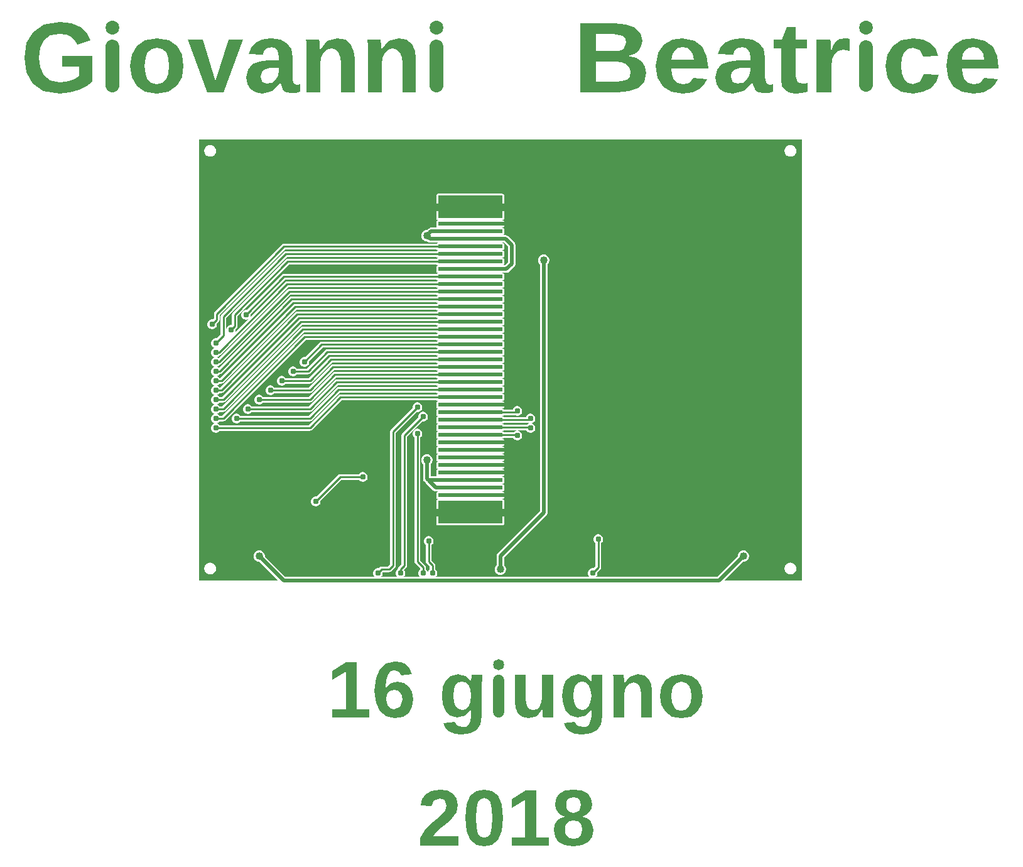
<source format=gbr>
G04 start of page 2 for group 0 idx 0 *
G04 Title: Heart, component *
G04 Creator: pcb 4.0.2 *
G04 CreationDate: Wed Apr  3 09:48:58 2019 UTC *
G04 For: alez *
G04 Format: Gerber/RS-274X *
G04 PCB-Dimensions (mil): 5906.00 5906.00 *
G04 PCB-Coordinate-Origin: lower left *
%MOIN*%
%FSLAX25Y25*%
%LNTOP*%
%ADD20C,0.0500*%
%ADD19C,0.1200*%
%ADD18C,0.0150*%
%ADD17C,0.0310*%
%ADD16C,0.0732*%
%ADD15C,0.0400*%
%ADD14C,0.0100*%
%ADD13C,0.0200*%
%ADD12C,0.0584*%
%ADD11C,0.0001*%
G54D11*G36*
X249399Y66985D02*Y71038D01*
X251835Y74966D01*
X254824Y78189D01*
X257943Y80918D01*
X260727Y83348D01*
X262745Y85719D01*
X263516Y88231D01*
X262539Y91123D01*
X259668Y92061D01*
X256799Y91041D01*
X255535Y88025D01*
X249648Y88356D01*
X250500Y91600D01*
X252334Y94264D01*
X255323Y96049D01*
X259625Y96716D01*
X263824Y96158D01*
X266900Y94552D01*
X268793Y91953D01*
X269439Y88481D01*
X268625Y84759D01*
X266548Y81683D01*
X263721Y79062D01*
X260727Y76675D01*
X258068Y74326D01*
X256299Y71787D01*
X269895D01*
Y66985D01*
X249399D01*
G37*
G36*
X297999D02*Y71331D01*
X305252D01*
Y91313D01*
X298227Y86924D01*
Y91519D01*
X305561Y96282D01*
X311091D01*
Y71331D01*
X317807D01*
Y66985D01*
X297999D01*
G37*
G36*
X293550Y81645D02*X292779Y74554D01*
X290636Y69893D01*
X287420Y67338D01*
X283416Y66578D01*
Y71166D01*
X285357Y71662D01*
X286686Y73366D01*
X287435Y76610D01*
X287685Y81645D01*
X287457Y86755D01*
X286731Y89978D01*
X285423Y91665D01*
X283486Y92143D01*
X283416Y92126D01*
Y96697D01*
X283529Y96716D01*
X287500Y96011D01*
X290679Y93597D01*
X292779Y88964D01*
X293550Y81645D01*
G37*
G36*
X283416Y66578D02*X283361Y66568D01*
X279309Y67338D01*
X276129Y69877D01*
X274052Y74532D01*
X273303Y81645D01*
X274029Y88964D01*
X276129Y93597D01*
X279352Y96011D01*
X283416Y96697D01*
Y92126D01*
X281429Y91644D01*
X280078Y89962D01*
X279352Y86717D01*
X279146Y81645D01*
X279374Y76610D01*
X280100Y73366D01*
X281407Y71662D01*
X283404Y71163D01*
X283416Y71166D01*
Y66578D01*
G37*
G36*
X341374Y75237D02*X340750Y71743D01*
X338841Y69004D01*
X335574Y67213D01*
X330877Y66568D01*
X330847Y66572D01*
Y70698D01*
X330920Y70686D01*
X333079Y71038D01*
X334429Y72080D01*
X335118Y73659D01*
X335325Y75715D01*
X335118Y77445D01*
X334414Y78899D01*
X333020Y79920D01*
X330847Y80294D01*
Y84408D01*
X332829Y84781D01*
X333996Y85757D01*
X334517Y87114D01*
X334642Y88605D01*
X334452Y90211D01*
X333828Y91475D01*
X332645Y92311D01*
X330847Y92611D01*
Y96709D01*
X335200Y96136D01*
X338277Y94535D01*
X340067Y92078D01*
X340647Y88920D01*
X340273Y86696D01*
X339231Y84759D01*
X337549Y83283D01*
X335325Y82431D01*
Y82350D01*
X337717Y81580D01*
X339649Y80147D01*
X340918Y78026D01*
X341374Y75237D01*
G37*
G36*
X330847Y66572D02*X326178Y67213D01*
X322896Y69004D01*
X320986Y71743D01*
X320361Y75200D01*
X320861Y78026D01*
X322191Y80169D01*
X324100Y81580D01*
X326324Y82307D01*
Y82393D01*
X324121Y83283D01*
X322461Y84781D01*
X321397Y86717D01*
X321046Y88964D01*
X321670Y92143D01*
X323541Y94595D01*
X326574Y96158D01*
X330795Y96716D01*
X330847Y96709D01*
Y92611D01*
X330795Y92620D01*
X328988Y92311D01*
X327821Y91475D01*
X327198Y90211D01*
X327013Y88605D01*
X327160Y87092D01*
X327741Y85741D01*
X328902Y84781D01*
X330838Y84406D01*
X330847Y84408D01*
Y80294D01*
X330752Y80310D01*
X328652Y79920D01*
X327300Y78899D01*
X326574Y77402D01*
X326368Y75634D01*
X326574Y73615D01*
X327323Y72036D01*
X328739Y71038D01*
X330847Y70698D01*
Y66572D01*
G37*
G36*
X366617Y134985D02*Y147605D01*
X366406Y149997D01*
X365723Y151869D01*
X364474Y153095D01*
X362603Y153529D01*
X360671Y153052D01*
X359196Y151723D01*
X358218Y149661D01*
X357888Y147046D01*
Y134985D01*
X352045D01*
Y152450D01*
X352023Y153947D01*
X351985Y155401D01*
X351942Y156649D01*
X351882Y157479D01*
X357449D01*
X357535Y156671D01*
X357617Y155466D01*
X357677Y154132D01*
X357720Y153009D01*
X357802D01*
X360774Y156752D01*
X365039Y157918D01*
X368467Y157251D01*
X370752Y155423D01*
X372043Y152678D01*
X372434Y149270D01*
Y134985D01*
X366617D01*
G37*
G36*
X235682Y164621D02*X236127Y164716D01*
X239306Y164342D01*
X241867Y163176D01*
X243777Y161076D01*
X245046Y157978D01*
X239539Y157213D01*
X238183Y159416D01*
X236002Y160099D01*
X235682Y160010D01*
Y164621D01*
G37*
G36*
X245833Y144572D02*X245209Y140514D01*
X243342Y137356D01*
X240266Y135295D01*
X235980Y134568D01*
X235682Y134627D01*
Y139152D01*
X235796Y139125D01*
X238872Y140514D01*
X239973Y144404D01*
X239702Y146525D01*
X238872Y148147D01*
X237521Y149167D01*
X235682Y149529D01*
Y153478D01*
X237331Y153844D01*
X240825Y153198D01*
X243505Y151370D01*
X245231Y148457D01*
X245833Y144572D01*
G37*
G36*
X235682Y134627D02*X231401Y135474D01*
X228021Y138186D01*
X225949Y142700D01*
X225260Y148956D01*
X225960Y155824D01*
X228065Y160745D01*
X231494Y163724D01*
X235682Y164621D01*
Y160010D01*
X233903Y159514D01*
X232302Y157750D01*
X231304Y154799D01*
X230973Y150621D01*
X233572Y153009D01*
X235682Y153478D01*
Y149529D01*
X235649Y149536D01*
X234114Y149292D01*
X232741Y148478D01*
X231765Y147084D01*
X231391Y145028D01*
X231700Y142700D01*
X232573Y140807D01*
X233967Y139559D01*
X235682Y139152D01*
Y134627D01*
G37*
G36*
X202685Y134985D02*Y139331D01*
X209939D01*
Y159313D01*
X202913Y154924D01*
Y159519D01*
X210253Y164282D01*
X215782D01*
Y139331D01*
X222493D01*
Y134985D01*
X202685D01*
G37*
G36*
X305506Y157479D02*Y144860D01*
X305718Y142451D01*
X306401Y140579D01*
X307628Y139375D01*
X309499Y138935D01*
X311409Y139391D01*
X312906Y140725D01*
X313861Y142782D01*
X314219Y145424D01*
Y157479D01*
X320057D01*
Y138517D01*
X320100Y137042D01*
X320160Y135794D01*
X320225Y134985D01*
X314653D01*
X314572Y135778D01*
X314485Y137004D01*
X314425Y138333D01*
X314404Y139456D01*
X314301D01*
X311328Y135734D01*
X307069Y134568D01*
X303640Y135235D01*
X301329Y137042D01*
X300065Y139787D01*
X299668Y143200D01*
Y157479D01*
X305506D01*
G37*
G36*
X271753Y129811D02*X271755Y129810D01*
X273643Y130097D01*
X275119Y131095D01*
X276079Y132924D01*
X276432Y135756D01*
Y136939D01*
X276453Y138040D01*
X276470Y139163D01*
X276432D01*
X273562Y136005D01*
X271753Y135601D01*
Y139098D01*
X273394Y139413D01*
X274956Y140617D01*
X276057Y142928D01*
X276470Y146547D01*
X276057Y150079D01*
X274972Y152347D01*
X273437Y153551D01*
X271753Y153896D01*
Y157414D01*
X273643Y156964D01*
X276432Y153866D01*
X276535D01*
X276557Y154864D01*
X276638Y155965D01*
X276719Y156920D01*
X276822Y157479D01*
X282356D01*
X282269Y155379D01*
X282231Y152281D01*
Y135669D01*
X281521Y131410D01*
X279443Y128372D01*
X276095Y126565D01*
X271753Y125985D01*
Y129811D01*
G37*
G36*
Y135601D02*X269194Y135029D01*
X265500Y135859D01*
X262939Y138208D01*
X261425Y141805D01*
X260948Y146422D01*
X261463Y151120D01*
X263042Y154755D01*
X265744Y157088D01*
X269634Y157918D01*
X271753Y157414D01*
Y153896D01*
X271712Y153904D01*
X269715Y153470D01*
X268261Y152119D01*
X267344Y149786D01*
X267035Y146422D01*
X267323Y143232D01*
X268202Y140932D01*
X269650Y139548D01*
X271668Y139082D01*
X271753Y139098D01*
Y135601D01*
G37*
G36*
X271587Y125963D02*X267659Y126419D01*
X264767Y127667D01*
X262857Y129576D01*
X261881Y132012D01*
X267719Y132696D01*
X269053Y130575D01*
X271753Y129811D01*
Y125985D01*
X271587Y125963D01*
G37*
G36*
X276000Y290805D02*X293157Y290809D01*
X293310Y290846D01*
X293455Y290906D01*
X293590Y290988D01*
X293709Y291091D01*
X293812Y291210D01*
X293866Y291300D01*
X306889D01*
X307210Y291167D01*
X307490Y291100D01*
X307210Y291033D01*
X306839Y290879D01*
X306497Y290669D01*
X306191Y290409D01*
X306098Y290300D01*
X293866D01*
X293812Y290390D01*
X293709Y290509D01*
X293590Y290612D01*
X293455Y290694D01*
X293310Y290754D01*
X293157Y290791D01*
X293000Y290800D01*
X276000Y290795D01*
Y290805D01*
G37*
G36*
Y370800D02*X293000D01*
X276000Y370795D01*
Y370800D01*
G37*
G36*
Y382805D02*X293157Y382809D01*
X293310Y382846D01*
X293455Y382906D01*
X293590Y382988D01*
X293709Y383091D01*
X293812Y383210D01*
X293894Y383345D01*
X293954Y383490D01*
X293991Y383643D01*
X294000Y383800D01*
X293991Y385957D01*
X293954Y386110D01*
X293894Y386255D01*
X293812Y386390D01*
X293709Y386509D01*
X293590Y386612D01*
X293455Y386694D01*
X293310Y386754D01*
X293157Y386791D01*
X293000Y386800D01*
X293972D01*
X296000Y384772D01*
Y376428D01*
X294372Y374800D01*
X276000D01*
Y374805D01*
X293157Y374809D01*
X293310Y374846D01*
X293455Y374906D01*
X293590Y374988D01*
X293709Y375091D01*
X293812Y375210D01*
X293894Y375345D01*
X293954Y375490D01*
X293991Y375643D01*
X294000Y375800D01*
X293991Y377957D01*
X293954Y378110D01*
X293894Y378255D01*
X293812Y378390D01*
X293709Y378509D01*
X293590Y378612D01*
X293455Y378694D01*
X293310Y378754D01*
X293157Y378791D01*
X293000Y378800D01*
X276000Y378795D01*
Y378805D01*
X293157Y378809D01*
X293310Y378846D01*
X293455Y378906D01*
X293590Y378988D01*
X293709Y379091D01*
X293812Y379210D01*
X293894Y379345D01*
X293954Y379490D01*
X293991Y379643D01*
X294000Y379800D01*
X293991Y381957D01*
X293954Y382110D01*
X293894Y382255D01*
X293812Y382390D01*
X293709Y382509D01*
X293590Y382612D01*
X293455Y382694D01*
X293310Y382754D01*
X293157Y382791D01*
X293000Y382800D01*
X276000Y382795D01*
Y382805D01*
G37*
G36*
Y386800D02*X293000D01*
X276000Y386795D01*
Y386800D01*
G37*
G36*
X445995Y441600D02*X452000D01*
Y207600D01*
X445995D01*
Y210891D01*
X446000Y210890D01*
X446486Y210929D01*
X446961Y211043D01*
X447412Y211229D01*
X447828Y211484D01*
X448199Y211801D01*
X448516Y212172D01*
X448771Y212588D01*
X448957Y213039D01*
X449071Y213514D01*
X449100Y214000D01*
X449071Y214486D01*
X448957Y214961D01*
X448771Y215412D01*
X448516Y215828D01*
X448199Y216199D01*
X447828Y216516D01*
X447412Y216771D01*
X446961Y216957D01*
X446486Y217071D01*
X446000Y217110D01*
X445995Y217109D01*
Y432491D01*
X446000Y432490D01*
X446486Y432529D01*
X446961Y432643D01*
X447412Y432829D01*
X447828Y433084D01*
X448199Y433401D01*
X448516Y433772D01*
X448771Y434188D01*
X448957Y434639D01*
X449071Y435114D01*
X449100Y435600D01*
X449071Y436086D01*
X448957Y436561D01*
X448771Y437012D01*
X448516Y437428D01*
X448199Y437799D01*
X447828Y438116D01*
X447412Y438371D01*
X446961Y438557D01*
X446486Y438671D01*
X446000Y438710D01*
X445995Y438709D01*
Y441600D01*
G37*
G36*
X303495D02*X445995D01*
Y438709D01*
X445514Y438671D01*
X445039Y438557D01*
X444588Y438371D01*
X444172Y438116D01*
X443801Y437799D01*
X443484Y437428D01*
X443229Y437012D01*
X443043Y436561D01*
X442929Y436086D01*
X442890Y435600D01*
X442929Y435114D01*
X443043Y434639D01*
X443229Y434188D01*
X443484Y433772D01*
X443801Y433401D01*
X444172Y433084D01*
X444588Y432829D01*
X445039Y432643D01*
X445514Y432529D01*
X445995Y432491D01*
Y217109D01*
X445514Y217071D01*
X445039Y216957D01*
X444588Y216771D01*
X444172Y216516D01*
X443801Y216199D01*
X443484Y215828D01*
X443229Y215412D01*
X443043Y214961D01*
X442929Y214486D01*
X442890Y214000D01*
X442929Y213514D01*
X443043Y213039D01*
X443229Y212588D01*
X443484Y212172D01*
X443801Y211801D01*
X444172Y211484D01*
X444588Y211229D01*
X445039Y211043D01*
X445514Y210929D01*
X445995Y210891D01*
Y207600D01*
X410828D01*
X420832Y217604D01*
X421000Y217591D01*
X421471Y217628D01*
X421930Y217738D01*
X422366Y217919D01*
X422769Y218165D01*
X423128Y218472D01*
X423435Y218831D01*
X423681Y219234D01*
X423862Y219670D01*
X423972Y220129D01*
X424000Y220600D01*
X423972Y221071D01*
X423862Y221530D01*
X423681Y221966D01*
X423435Y222369D01*
X423128Y222728D01*
X422769Y223035D01*
X422366Y223281D01*
X421930Y223462D01*
X421471Y223572D01*
X421000Y223609D01*
X420529Y223572D01*
X420070Y223462D01*
X419634Y223281D01*
X419231Y223035D01*
X418872Y222728D01*
X418565Y222369D01*
X418319Y221966D01*
X418138Y221530D01*
X418028Y221071D01*
X417991Y220600D01*
X418004Y220432D01*
X407172Y209600D01*
X342585D01*
X342809Y209791D01*
X343069Y210097D01*
X343279Y210439D01*
X343433Y210810D01*
X343526Y211200D01*
X343550Y211600D01*
X343526Y212000D01*
X343525Y212004D01*
X345019Y213498D01*
X345064Y213536D01*
X345217Y213715D01*
X345217Y213716D01*
X345341Y213917D01*
X345431Y214135D01*
X345486Y214365D01*
X345505Y214600D01*
X345500Y214659D01*
Y227529D01*
X345503Y227531D01*
X345809Y227791D01*
X346069Y228097D01*
X346279Y228439D01*
X346433Y228810D01*
X346526Y229200D01*
X346550Y229600D01*
X346526Y230000D01*
X346433Y230390D01*
X346279Y230761D01*
X346069Y231103D01*
X345809Y231409D01*
X345503Y231669D01*
X345161Y231879D01*
X344790Y232033D01*
X344400Y232126D01*
X344000Y232158D01*
X343600Y232126D01*
X343210Y232033D01*
X342839Y231879D01*
X342497Y231669D01*
X342191Y231409D01*
X341931Y231103D01*
X341721Y230761D01*
X341567Y230390D01*
X341474Y230000D01*
X341442Y229600D01*
X341474Y229200D01*
X341567Y228810D01*
X341721Y228439D01*
X341931Y228097D01*
X342191Y227791D01*
X342497Y227531D01*
X342500Y227529D01*
Y215221D01*
X341404Y214125D01*
X341400Y214126D01*
X341000Y214158D01*
X340600Y214126D01*
X340210Y214033D01*
X339839Y213879D01*
X339497Y213669D01*
X339191Y213409D01*
X338931Y213103D01*
X338721Y212761D01*
X338567Y212390D01*
X338474Y212000D01*
X338442Y211600D01*
X338474Y211200D01*
X338567Y210810D01*
X338721Y210439D01*
X338931Y210097D01*
X339191Y209791D01*
X339415Y209600D01*
X303495D01*
Y229267D01*
X316359Y242130D01*
X316419Y242181D01*
X316623Y242421D01*
X316623Y242421D01*
X316788Y242689D01*
X316908Y242980D01*
X316981Y243286D01*
X317006Y243600D01*
X317000Y243678D01*
Y375363D01*
X317128Y375472D01*
X317435Y375831D01*
X317681Y376234D01*
X317862Y376670D01*
X317972Y377129D01*
X318000Y377600D01*
X317972Y378071D01*
X317862Y378530D01*
X317681Y378966D01*
X317435Y379369D01*
X317128Y379728D01*
X316769Y380035D01*
X316366Y380281D01*
X315930Y380462D01*
X315471Y380572D01*
X315000Y380609D01*
X314529Y380572D01*
X314070Y380462D01*
X313634Y380281D01*
X313231Y380035D01*
X312872Y379728D01*
X312565Y379369D01*
X312319Y378966D01*
X312138Y378530D01*
X312028Y378071D01*
X311991Y377600D01*
X312028Y377129D01*
X312138Y376670D01*
X312319Y376234D01*
X312565Y375831D01*
X312872Y375472D01*
X313000Y375363D01*
Y244428D01*
X303495Y234924D01*
Y284071D01*
X303526Y284200D01*
X303550Y284600D01*
X303526Y285000D01*
X303495Y285129D01*
Y287300D01*
X305806D01*
X305931Y287097D01*
X306191Y286791D01*
X306497Y286531D01*
X306839Y286321D01*
X307210Y286167D01*
X307600Y286074D01*
X308000Y286042D01*
X308400Y286074D01*
X308790Y286167D01*
X309161Y286321D01*
X309503Y286531D01*
X309809Y286791D01*
X310069Y287097D01*
X310279Y287439D01*
X310433Y287810D01*
X310526Y288200D01*
X310550Y288600D01*
X310526Y289000D01*
X310433Y289390D01*
X310279Y289761D01*
X310069Y290103D01*
X309809Y290409D01*
X309503Y290669D01*
X309161Y290879D01*
X308790Y291033D01*
X308510Y291100D01*
X308790Y291167D01*
X309161Y291321D01*
X309503Y291531D01*
X309809Y291791D01*
X310069Y292097D01*
X310279Y292439D01*
X310433Y292810D01*
X310526Y293200D01*
X310550Y293600D01*
X310526Y294000D01*
X310433Y294390D01*
X310279Y294761D01*
X310069Y295103D01*
X309809Y295409D01*
X309503Y295669D01*
X309161Y295879D01*
X308790Y296033D01*
X308400Y296126D01*
X308000Y296158D01*
X307600Y296126D01*
X307210Y296033D01*
X306839Y295879D01*
X306497Y295669D01*
X306191Y295409D01*
X305931Y295103D01*
X305721Y294761D01*
X305567Y294390D01*
X305546Y294300D01*
X303495D01*
Y297071D01*
X303526Y297200D01*
X303550Y297600D01*
X303526Y298000D01*
X303495Y298129D01*
Y441600D01*
G37*
G36*
Y294300D02*X293866D01*
X293812Y294390D01*
X293709Y294509D01*
X293590Y294612D01*
X293455Y294694D01*
X293310Y294754D01*
X293157Y294791D01*
X293000Y294800D01*
X276000Y294795D01*
Y294805D01*
X293157Y294809D01*
X293310Y294846D01*
X293455Y294906D01*
X293590Y294988D01*
X293709Y295091D01*
X293812Y295210D01*
X293866Y295300D01*
X299889D01*
X300210Y295167D01*
X300600Y295074D01*
X301000Y295042D01*
X301400Y295074D01*
X301790Y295167D01*
X302161Y295321D01*
X302503Y295531D01*
X302809Y295791D01*
X303069Y296097D01*
X303279Y296439D01*
X303433Y296810D01*
X303495Y297071D01*
Y294300D01*
G37*
G36*
Y285129D02*X303433Y285390D01*
X303279Y285761D01*
X303069Y286103D01*
X302809Y286409D01*
X302503Y286669D01*
X302161Y286879D01*
X301790Y287033D01*
X301400Y287126D01*
X301000Y287158D01*
X300600Y287126D01*
X300210Y287033D01*
X299839Y286879D01*
X299497Y286669D01*
X299191Y286409D01*
X299098Y286300D01*
X293866D01*
X293812Y286390D01*
X293709Y286509D01*
X293590Y286612D01*
X293455Y286694D01*
X293310Y286754D01*
X293157Y286791D01*
X293000Y286800D01*
X276000Y286795D01*
Y286805D01*
X293157Y286809D01*
X293310Y286846D01*
X293455Y286906D01*
X293590Y286988D01*
X293709Y287091D01*
X293812Y287210D01*
X293866Y287300D01*
X303495D01*
Y285129D01*
G37*
G36*
Y209600D02*X276000D01*
Y236805D01*
X293157Y236809D01*
X293310Y236846D01*
X293455Y236906D01*
X293590Y236988D01*
X293709Y237091D01*
X293812Y237210D01*
X293894Y237345D01*
X293954Y237490D01*
X293991Y237643D01*
X294000Y237800D01*
X293991Y249957D01*
X293954Y250110D01*
X293894Y250255D01*
X293812Y250390D01*
X293709Y250509D01*
X293590Y250612D01*
X293455Y250694D01*
X293310Y250754D01*
X293157Y250791D01*
X293000Y250800D01*
X276000Y250795D01*
Y250805D01*
X293157Y250809D01*
X293310Y250846D01*
X293455Y250906D01*
X293590Y250988D01*
X293709Y251091D01*
X293812Y251210D01*
X293894Y251345D01*
X293954Y251490D01*
X293991Y251643D01*
X294000Y251800D01*
X293991Y253957D01*
X293954Y254110D01*
X293894Y254255D01*
X293812Y254390D01*
X293709Y254509D01*
X293590Y254612D01*
X293455Y254694D01*
X293310Y254754D01*
X293157Y254791D01*
X293000Y254800D01*
X276000Y254795D01*
Y254800D01*
X276078Y254805D01*
X293157Y254809D01*
X293310Y254846D01*
X293455Y254906D01*
X293590Y254988D01*
X293709Y255091D01*
X293812Y255210D01*
X293894Y255345D01*
X293954Y255490D01*
X293991Y255643D01*
X294000Y255800D01*
X293991Y257957D01*
X293954Y258110D01*
X293894Y258255D01*
X293812Y258390D01*
X293709Y258509D01*
X293590Y258612D01*
X293455Y258694D01*
X293310Y258754D01*
X293157Y258791D01*
X293000Y258800D01*
X276078Y258795D01*
X276000Y258800D01*
X276078Y258805D01*
X293157Y258809D01*
X293310Y258846D01*
X293455Y258906D01*
X293590Y258988D01*
X293709Y259091D01*
X293812Y259210D01*
X293894Y259345D01*
X293954Y259490D01*
X293991Y259643D01*
X294000Y259800D01*
X293991Y261957D01*
X293954Y262110D01*
X293894Y262255D01*
X293812Y262390D01*
X293709Y262509D01*
X293590Y262612D01*
X293455Y262694D01*
X293310Y262754D01*
X293157Y262791D01*
X293000Y262800D01*
X276078Y262795D01*
X276000Y262800D01*
Y262805D01*
X293157Y262809D01*
X293310Y262846D01*
X293455Y262906D01*
X293590Y262988D01*
X293709Y263091D01*
X293812Y263210D01*
X293894Y263345D01*
X293954Y263490D01*
X293991Y263643D01*
X294000Y263800D01*
X293991Y265957D01*
X293954Y266110D01*
X293894Y266255D01*
X293812Y266390D01*
X293709Y266509D01*
X293590Y266612D01*
X293455Y266694D01*
X293310Y266754D01*
X293157Y266791D01*
X293000Y266800D01*
X276000Y266795D01*
Y266805D01*
X293157Y266809D01*
X293310Y266846D01*
X293455Y266906D01*
X293590Y266988D01*
X293709Y267091D01*
X293812Y267210D01*
X293894Y267345D01*
X293954Y267490D01*
X293991Y267643D01*
X294000Y267800D01*
X293991Y269957D01*
X293954Y270110D01*
X293894Y270255D01*
X293812Y270390D01*
X293709Y270509D01*
X293590Y270612D01*
X293455Y270694D01*
X293310Y270754D01*
X293157Y270791D01*
X293000Y270800D01*
X276000Y270795D01*
Y270805D01*
X293157Y270809D01*
X293310Y270846D01*
X293455Y270906D01*
X293590Y270988D01*
X293709Y271091D01*
X293812Y271210D01*
X293894Y271345D01*
X293954Y271490D01*
X293991Y271643D01*
X294000Y271800D01*
X293991Y273957D01*
X293954Y274110D01*
X293894Y274255D01*
X293812Y274390D01*
X293709Y274509D01*
X293590Y274612D01*
X293455Y274694D01*
X293310Y274754D01*
X293157Y274791D01*
X293000Y274800D01*
X276000Y274795D01*
Y274805D01*
X293157Y274809D01*
X293310Y274846D01*
X293455Y274906D01*
X293590Y274988D01*
X293709Y275091D01*
X293812Y275210D01*
X293894Y275345D01*
X293954Y275490D01*
X293991Y275643D01*
X294000Y275800D01*
X293991Y277957D01*
X293954Y278110D01*
X293894Y278255D01*
X293812Y278390D01*
X293709Y278509D01*
X293590Y278612D01*
X293455Y278694D01*
X293310Y278754D01*
X293157Y278791D01*
X293000Y278800D01*
X276000Y278795D01*
Y278805D01*
X293157Y278809D01*
X293310Y278846D01*
X293455Y278906D01*
X293590Y278988D01*
X293709Y279091D01*
X293812Y279210D01*
X293894Y279345D01*
X293954Y279490D01*
X293991Y279643D01*
X294000Y279800D01*
X293991Y281957D01*
X293954Y282110D01*
X293894Y282255D01*
X293812Y282390D01*
X293709Y282509D01*
X293590Y282612D01*
X293455Y282694D01*
X293310Y282754D01*
X293157Y282791D01*
X293000Y282800D01*
X276000Y282795D01*
Y282805D01*
X293157Y282809D01*
X293310Y282846D01*
X293455Y282906D01*
X293590Y282988D01*
X293709Y283091D01*
X293812Y283210D01*
X293866Y283300D01*
X298806D01*
X298931Y283097D01*
X299191Y282791D01*
X299497Y282531D01*
X299839Y282321D01*
X300210Y282167D01*
X300600Y282074D01*
X301000Y282042D01*
X301400Y282074D01*
X301790Y282167D01*
X302161Y282321D01*
X302503Y282531D01*
X302809Y282791D01*
X303069Y283097D01*
X303279Y283439D01*
X303433Y283810D01*
X303495Y284071D01*
Y234924D01*
X290641Y222070D01*
X290581Y222019D01*
X290377Y221779D01*
X290212Y221511D01*
X290092Y221220D01*
X290019Y220914D01*
X289994Y220600D01*
X290000Y220522D01*
Y215837D01*
X289872Y215728D01*
X289565Y215369D01*
X289319Y214966D01*
X289138Y214530D01*
X289028Y214071D01*
X288991Y213600D01*
X289028Y213129D01*
X289138Y212670D01*
X289319Y212234D01*
X289565Y211831D01*
X289872Y211472D01*
X290231Y211165D01*
X290634Y210919D01*
X291070Y210738D01*
X291529Y210628D01*
X292000Y210591D01*
X292471Y210628D01*
X292930Y210738D01*
X293366Y210919D01*
X293769Y211165D01*
X294128Y211472D01*
X294435Y211831D01*
X294681Y212234D01*
X294862Y212670D01*
X294972Y213129D01*
X295000Y213600D01*
X294972Y214071D01*
X294862Y214530D01*
X294681Y214966D01*
X294435Y215369D01*
X294128Y215728D01*
X294000Y215837D01*
Y219772D01*
X303495Y229267D01*
Y209600D01*
G37*
G36*
X276000Y441600D02*X303495D01*
Y298129D01*
X303433Y298390D01*
X303279Y298761D01*
X303069Y299103D01*
X302809Y299409D01*
X302503Y299669D01*
X302161Y299879D01*
X301790Y300033D01*
X301400Y300126D01*
X301000Y300158D01*
X300600Y300126D01*
X300210Y300033D01*
X299839Y299879D01*
X299497Y299669D01*
X299191Y299409D01*
X298931Y299103D01*
X298721Y298761D01*
X298567Y298390D01*
X298546Y298300D01*
X293866D01*
X293812Y298390D01*
X293709Y298509D01*
X293590Y298612D01*
X293455Y298694D01*
X293310Y298754D01*
X293157Y298791D01*
X293000Y298800D01*
X276000Y298795D01*
Y298805D01*
X293157Y298809D01*
X293310Y298846D01*
X293455Y298906D01*
X293590Y298988D01*
X293709Y299091D01*
X293812Y299210D01*
X293894Y299345D01*
X293954Y299490D01*
X293991Y299643D01*
X294000Y299800D01*
X293991Y301957D01*
X293954Y302110D01*
X293894Y302255D01*
X293812Y302390D01*
X293709Y302509D01*
X293590Y302612D01*
X293455Y302694D01*
X293310Y302754D01*
X293157Y302791D01*
X293000Y302800D01*
X276000Y302795D01*
Y302805D01*
X293157Y302809D01*
X293310Y302846D01*
X293455Y302906D01*
X293590Y302988D01*
X293709Y303091D01*
X293812Y303210D01*
X293894Y303345D01*
X293954Y303490D01*
X293991Y303643D01*
X294000Y303800D01*
X293991Y305957D01*
X293954Y306110D01*
X293894Y306255D01*
X293812Y306390D01*
X293709Y306509D01*
X293590Y306612D01*
X293455Y306694D01*
X293310Y306754D01*
X293157Y306791D01*
X293000Y306800D01*
X276000Y306795D01*
Y306805D01*
X293157Y306809D01*
X293310Y306846D01*
X293455Y306906D01*
X293590Y306988D01*
X293709Y307091D01*
X293812Y307210D01*
X293894Y307345D01*
X293954Y307490D01*
X293991Y307643D01*
X294000Y307800D01*
X293991Y309957D01*
X293954Y310110D01*
X293894Y310255D01*
X293812Y310390D01*
X293709Y310509D01*
X293590Y310612D01*
X293455Y310694D01*
X293310Y310754D01*
X293157Y310791D01*
X293000Y310800D01*
X276000Y310795D01*
Y310805D01*
X293157Y310809D01*
X293310Y310846D01*
X293455Y310906D01*
X293590Y310988D01*
X293709Y311091D01*
X293812Y311210D01*
X293894Y311345D01*
X293954Y311490D01*
X293991Y311643D01*
X294000Y311800D01*
X293991Y313957D01*
X293954Y314110D01*
X293894Y314255D01*
X293812Y314390D01*
X293709Y314509D01*
X293590Y314612D01*
X293455Y314694D01*
X293310Y314754D01*
X293157Y314791D01*
X293000Y314800D01*
X276000Y314795D01*
Y314805D01*
X293157Y314809D01*
X293310Y314846D01*
X293455Y314906D01*
X293590Y314988D01*
X293709Y315091D01*
X293812Y315210D01*
X293894Y315345D01*
X293954Y315490D01*
X293991Y315643D01*
X294000Y315800D01*
X293991Y317957D01*
X293954Y318110D01*
X293894Y318255D01*
X293812Y318390D01*
X293709Y318509D01*
X293590Y318612D01*
X293455Y318694D01*
X293310Y318754D01*
X293157Y318791D01*
X293000Y318800D01*
X276000Y318795D01*
Y318805D01*
X293157Y318809D01*
X293310Y318846D01*
X293455Y318906D01*
X293590Y318988D01*
X293709Y319091D01*
X293812Y319210D01*
X293894Y319345D01*
X293954Y319490D01*
X293991Y319643D01*
X294000Y319800D01*
X293991Y321957D01*
X293954Y322110D01*
X293894Y322255D01*
X293812Y322390D01*
X293709Y322509D01*
X293590Y322612D01*
X293455Y322694D01*
X293310Y322754D01*
X293157Y322791D01*
X293000Y322800D01*
X276000Y322795D01*
Y322805D01*
X293157Y322809D01*
X293310Y322846D01*
X293455Y322906D01*
X293590Y322988D01*
X293709Y323091D01*
X293812Y323210D01*
X293894Y323345D01*
X293954Y323490D01*
X293991Y323643D01*
X294000Y323800D01*
X293991Y325957D01*
X293954Y326110D01*
X293894Y326255D01*
X293812Y326390D01*
X293709Y326509D01*
X293590Y326612D01*
X293455Y326694D01*
X293310Y326754D01*
X293157Y326791D01*
X293000Y326800D01*
X276000Y326795D01*
Y326805D01*
X293157Y326809D01*
X293310Y326846D01*
X293455Y326906D01*
X293590Y326988D01*
X293709Y327091D01*
X293812Y327210D01*
X293894Y327345D01*
X293954Y327490D01*
X293991Y327643D01*
X294000Y327800D01*
X293991Y329957D01*
X293954Y330110D01*
X293894Y330255D01*
X293812Y330390D01*
X293709Y330509D01*
X293590Y330612D01*
X293455Y330694D01*
X293310Y330754D01*
X293157Y330791D01*
X293000Y330800D01*
X276000Y330795D01*
Y330805D01*
X293157Y330809D01*
X293310Y330846D01*
X293455Y330906D01*
X293590Y330988D01*
X293709Y331091D01*
X293812Y331210D01*
X293894Y331345D01*
X293954Y331490D01*
X293991Y331643D01*
X294000Y331800D01*
X293991Y333957D01*
X293954Y334110D01*
X293894Y334255D01*
X293812Y334390D01*
X293709Y334509D01*
X293590Y334612D01*
X293455Y334694D01*
X293310Y334754D01*
X293157Y334791D01*
X293000Y334800D01*
X276000Y334795D01*
Y334805D01*
X293157Y334809D01*
X293310Y334846D01*
X293455Y334906D01*
X293590Y334988D01*
X293709Y335091D01*
X293812Y335210D01*
X293894Y335345D01*
X293954Y335490D01*
X293991Y335643D01*
X294000Y335800D01*
X293991Y337957D01*
X293954Y338110D01*
X293894Y338255D01*
X293812Y338390D01*
X293709Y338509D01*
X293590Y338612D01*
X293455Y338694D01*
X293310Y338754D01*
X293157Y338791D01*
X293000Y338800D01*
X276000Y338795D01*
Y338805D01*
X293157Y338809D01*
X293310Y338846D01*
X293455Y338906D01*
X293590Y338988D01*
X293709Y339091D01*
X293812Y339210D01*
X293894Y339345D01*
X293954Y339490D01*
X293991Y339643D01*
X294000Y339800D01*
X293991Y341957D01*
X293954Y342110D01*
X293894Y342255D01*
X293812Y342390D01*
X293709Y342509D01*
X293590Y342612D01*
X293455Y342694D01*
X293310Y342754D01*
X293157Y342791D01*
X293000Y342800D01*
X276000Y342795D01*
Y342805D01*
X293157Y342809D01*
X293310Y342846D01*
X293455Y342906D01*
X293590Y342988D01*
X293709Y343091D01*
X293812Y343210D01*
X293894Y343345D01*
X293954Y343490D01*
X293991Y343643D01*
X294000Y343800D01*
X293991Y345957D01*
X293954Y346110D01*
X293894Y346255D01*
X293812Y346390D01*
X293709Y346509D01*
X293590Y346612D01*
X293455Y346694D01*
X293310Y346754D01*
X293157Y346791D01*
X293000Y346800D01*
X276000Y346795D01*
Y346805D01*
X293157Y346809D01*
X293310Y346846D01*
X293455Y346906D01*
X293590Y346988D01*
X293709Y347091D01*
X293812Y347210D01*
X293894Y347345D01*
X293954Y347490D01*
X293991Y347643D01*
X294000Y347800D01*
X293991Y349957D01*
X293954Y350110D01*
X293894Y350255D01*
X293812Y350390D01*
X293709Y350509D01*
X293590Y350612D01*
X293455Y350694D01*
X293310Y350754D01*
X293157Y350791D01*
X293000Y350800D01*
X276000Y350795D01*
Y350805D01*
X293157Y350809D01*
X293310Y350846D01*
X293455Y350906D01*
X293590Y350988D01*
X293709Y351091D01*
X293812Y351210D01*
X293894Y351345D01*
X293954Y351490D01*
X293991Y351643D01*
X294000Y351800D01*
X293991Y353957D01*
X293954Y354110D01*
X293894Y354255D01*
X293812Y354390D01*
X293709Y354509D01*
X293590Y354612D01*
X293455Y354694D01*
X293310Y354754D01*
X293157Y354791D01*
X293000Y354800D01*
X276000Y354795D01*
Y354805D01*
X293157Y354809D01*
X293310Y354846D01*
X293455Y354906D01*
X293590Y354988D01*
X293709Y355091D01*
X293812Y355210D01*
X293894Y355345D01*
X293954Y355490D01*
X293991Y355643D01*
X294000Y355800D01*
X293991Y357957D01*
X293954Y358110D01*
X293894Y358255D01*
X293812Y358390D01*
X293709Y358509D01*
X293590Y358612D01*
X293455Y358694D01*
X293310Y358754D01*
X293157Y358791D01*
X293000Y358800D01*
X276000Y358795D01*
Y358805D01*
X293157Y358809D01*
X293310Y358846D01*
X293455Y358906D01*
X293590Y358988D01*
X293709Y359091D01*
X293812Y359210D01*
X293894Y359345D01*
X293954Y359490D01*
X293991Y359643D01*
X294000Y359800D01*
X293991Y361957D01*
X293954Y362110D01*
X293894Y362255D01*
X293812Y362390D01*
X293709Y362509D01*
X293590Y362612D01*
X293455Y362694D01*
X293310Y362754D01*
X293157Y362791D01*
X293000Y362800D01*
X276000Y362795D01*
Y362805D01*
X293157Y362809D01*
X293310Y362846D01*
X293455Y362906D01*
X293590Y362988D01*
X293709Y363091D01*
X293812Y363210D01*
X293894Y363345D01*
X293954Y363490D01*
X293991Y363643D01*
X294000Y363800D01*
X293991Y365957D01*
X293954Y366110D01*
X293894Y366255D01*
X293812Y366390D01*
X293709Y366509D01*
X293590Y366612D01*
X293455Y366694D01*
X293310Y366754D01*
X293157Y366791D01*
X293000Y366800D01*
X276000Y366795D01*
Y366805D01*
X293157Y366809D01*
X293310Y366846D01*
X293455Y366906D01*
X293590Y366988D01*
X293709Y367091D01*
X293812Y367210D01*
X293894Y367345D01*
X293954Y367490D01*
X293991Y367643D01*
X294000Y367800D01*
X293991Y369957D01*
X293954Y370110D01*
X293894Y370255D01*
X293812Y370390D01*
X293709Y370509D01*
X293590Y370612D01*
X293455Y370694D01*
X293310Y370754D01*
X293157Y370791D01*
X293000Y370800D01*
X295122D01*
X295200Y370794D01*
X295514Y370819D01*
X295820Y370892D01*
X296111Y371012D01*
X296379Y371177D01*
X296619Y371381D01*
X296670Y371441D01*
X299359Y374130D01*
X299419Y374181D01*
X299623Y374421D01*
X299623Y374421D01*
X299788Y374689D01*
X299908Y374980D01*
X299981Y375286D01*
X300006Y375600D01*
X300000Y375678D01*
Y385522D01*
X300006Y385600D01*
X299981Y385914D01*
X299908Y386220D01*
X299788Y386511D01*
X299623Y386779D01*
X299623Y386779D01*
X299419Y387019D01*
X299359Y387070D01*
X296270Y390159D01*
X296219Y390219D01*
X295979Y390423D01*
X295979Y390423D01*
X295711Y390588D01*
X295420Y390708D01*
X295114Y390781D01*
X294800Y390806D01*
X294722Y390800D01*
X276000D01*
X276078Y390805D01*
X293157Y390809D01*
X293310Y390846D01*
X293455Y390906D01*
X293590Y390988D01*
X293709Y391091D01*
X293812Y391210D01*
X293894Y391345D01*
X293954Y391490D01*
X293991Y391643D01*
X294000Y391800D01*
X293991Y393957D01*
X293954Y394110D01*
X293894Y394255D01*
X293812Y394390D01*
X293709Y394509D01*
X293590Y394612D01*
X293455Y394694D01*
X293310Y394754D01*
X293157Y394791D01*
X293000Y394800D01*
X276078Y394795D01*
X276000Y394800D01*
Y394805D01*
X293157Y394809D01*
X293310Y394846D01*
X293455Y394906D01*
X293590Y394988D01*
X293709Y395091D01*
X293812Y395210D01*
X293894Y395345D01*
X293954Y395490D01*
X293991Y395643D01*
X294000Y395800D01*
X293991Y397957D01*
X293954Y398110D01*
X293894Y398255D01*
X293812Y398390D01*
X293709Y398509D01*
X293590Y398612D01*
X293455Y398694D01*
X293310Y398754D01*
X293157Y398791D01*
X293000Y398800D01*
X276000Y398795D01*
Y398805D01*
X293157Y398809D01*
X293310Y398846D01*
X293455Y398906D01*
X293590Y398988D01*
X293709Y399091D01*
X293812Y399210D01*
X293894Y399345D01*
X293954Y399490D01*
X293991Y399643D01*
X294000Y399800D01*
X293991Y411957D01*
X293954Y412110D01*
X293894Y412255D01*
X293812Y412390D01*
X293709Y412509D01*
X293590Y412612D01*
X293455Y412694D01*
X293310Y412754D01*
X293157Y412791D01*
X293000Y412800D01*
X276000Y412795D01*
Y441600D01*
G37*
G36*
Y262800D02*X259000D01*
X276000Y262805D01*
Y262800D01*
G37*
G36*
Y378795D02*X258843Y378791D01*
X258690Y378754D01*
X258545Y378694D01*
X258410Y378612D01*
X258291Y378509D01*
X258188Y378390D01*
X258134Y378300D01*
X179259D01*
X179200Y378305D01*
X178965Y378286D01*
X178735Y378231D01*
X178517Y378141D01*
X178316Y378017D01*
X178315Y378017D01*
X178136Y377864D01*
X178098Y377819D01*
X149981Y349702D01*
X149936Y349664D01*
X149783Y349484D01*
X149659Y349283D01*
X149569Y349065D01*
X149514Y348835D01*
X149514Y348835D01*
X149495Y348600D01*
X149500Y348541D01*
Y343221D01*
X149404Y343125D01*
X149400Y343126D01*
X149000Y343158D01*
X148600Y343126D01*
X148210Y343033D01*
X147839Y342879D01*
X147497Y342669D01*
X147191Y342409D01*
X146931Y342103D01*
X146721Y341761D01*
X146567Y341390D01*
X146500Y341110D01*
Y346979D01*
X178821Y379300D01*
X258134D01*
X258188Y379210D01*
X258291Y379091D01*
X258410Y378988D01*
X258545Y378906D01*
X258690Y378846D01*
X258843Y378809D01*
X259000Y378800D01*
X276000Y378805D01*
Y378795D01*
G37*
G36*
Y374800D02*X275922Y374795D01*
X258843Y374791D01*
X258690Y374754D01*
X258545Y374694D01*
X258410Y374612D01*
X258291Y374509D01*
X258188Y374390D01*
X258106Y374255D01*
X258046Y374110D01*
X258009Y373957D01*
X258000Y373800D01*
X258009Y371643D01*
X258046Y371490D01*
X258106Y371345D01*
X258188Y371210D01*
X258291Y371091D01*
X258410Y370988D01*
X258545Y370906D01*
X258690Y370846D01*
X258843Y370809D01*
X259000Y370800D01*
X275922Y370805D01*
X276000Y370800D01*
Y370795D01*
X258843Y370791D01*
X258690Y370754D01*
X258545Y370694D01*
X258410Y370612D01*
X258291Y370509D01*
X258188Y370390D01*
X258134Y370300D01*
X177259D01*
X177200Y370305D01*
X176965Y370286D01*
X176735Y370231D01*
X176517Y370141D01*
X176316Y370017D01*
X176315Y370017D01*
X176136Y369864D01*
X176098Y369819D01*
X157404Y351125D01*
X157400Y351126D01*
X157000Y351158D01*
X156600Y351126D01*
X156210Y351033D01*
X155839Y350879D01*
X155497Y350669D01*
X155191Y350409D01*
X154931Y350103D01*
X154721Y349761D01*
X154567Y349390D01*
X154474Y349000D01*
X154442Y348600D01*
X154474Y348200D01*
X154567Y347810D01*
X154721Y347439D01*
X154931Y347097D01*
X155191Y346791D01*
X155497Y346531D01*
X155839Y346321D01*
X156210Y346167D01*
X156600Y346074D01*
X157000Y346042D01*
X157400Y346074D01*
X157790Y346167D01*
X158161Y346321D01*
X158260Y346382D01*
X151218Y339340D01*
X151279Y339439D01*
X151433Y339810D01*
X151526Y340200D01*
X151550Y340600D01*
X151526Y341000D01*
X151525Y341004D01*
X152019Y341498D01*
X152064Y341536D01*
X152217Y341715D01*
X152217Y341716D01*
X152341Y341917D01*
X152431Y342135D01*
X152486Y342365D01*
X152505Y342600D01*
X152500Y342659D01*
Y347979D01*
X179821Y375300D01*
X258134D01*
X258188Y375210D01*
X258291Y375091D01*
X258410Y374988D01*
X258545Y374906D01*
X258690Y374846D01*
X258843Y374809D01*
X259000Y374800D01*
X276000Y374805D01*
Y374800D01*
G37*
G36*
Y394800D02*X259000D01*
X276000Y394805D01*
Y394800D01*
G37*
G36*
Y366795D02*X258843Y366791D01*
X258690Y366754D01*
X258545Y366694D01*
X258410Y366612D01*
X258291Y366509D01*
X258188Y366390D01*
X258134Y366300D01*
X178859D01*
X178800Y366305D01*
X178565Y366286D01*
X178335Y366231D01*
X178117Y366141D01*
X177916Y366017D01*
X177915Y366017D01*
X177736Y365864D01*
X177698Y365819D01*
X159218Y347340D01*
X159279Y347439D01*
X159433Y347810D01*
X159526Y348200D01*
X159550Y348600D01*
X159526Y349000D01*
X159525Y349004D01*
X177821Y367300D01*
X258134D01*
X258188Y367210D01*
X258291Y367091D01*
X258410Y366988D01*
X258545Y366906D01*
X258690Y366846D01*
X258843Y366809D01*
X259000Y366800D01*
X276000Y366805D01*
Y366795D01*
G37*
G36*
Y362795D02*X258843Y362791D01*
X258690Y362754D01*
X258545Y362694D01*
X258410Y362612D01*
X258291Y362509D01*
X258188Y362390D01*
X258134Y362300D01*
X180059D01*
X180000Y362305D01*
X179765Y362286D01*
X179535Y362231D01*
X179317Y362141D01*
X179116Y362017D01*
X179115Y362017D01*
X178936Y361864D01*
X178898Y361819D01*
X142635Y325557D01*
X142503Y325669D01*
X142161Y325879D01*
X141790Y326033D01*
X141510Y326100D01*
X141790Y326167D01*
X142161Y326321D01*
X142503Y326531D01*
X142809Y326791D01*
X143069Y327097D01*
X143130Y327196D01*
X143283Y327259D01*
X143484Y327383D01*
X143664Y327536D01*
X143702Y327581D01*
X179421Y363300D01*
X258134D01*
X258188Y363210D01*
X258291Y363091D01*
X258410Y362988D01*
X258545Y362906D01*
X258690Y362846D01*
X258843Y362809D01*
X259000Y362800D01*
X276000Y362805D01*
Y362795D01*
G37*
G36*
Y358795D02*X258843Y358791D01*
X258690Y358754D01*
X258545Y358694D01*
X258410Y358612D01*
X258291Y358509D01*
X258188Y358390D01*
X258134Y358300D01*
X181259D01*
X181200Y358305D01*
X180965Y358286D01*
X180735Y358231D01*
X180517Y358141D01*
X180316Y358017D01*
X180315Y358017D01*
X180136Y357864D01*
X180098Y357819D01*
X142743Y320465D01*
X142503Y320669D01*
X142161Y320879D01*
X141790Y321033D01*
X141510Y321100D01*
X141790Y321167D01*
X142161Y321321D01*
X142503Y321531D01*
X142809Y321791D01*
X143069Y322097D01*
X143088Y322126D01*
X143265Y322169D01*
X143483Y322259D01*
X143684Y322383D01*
X143864Y322536D01*
X143902Y322581D01*
X180621Y359300D01*
X258134D01*
X258188Y359210D01*
X258291Y359091D01*
X258410Y358988D01*
X258545Y358906D01*
X258690Y358846D01*
X258843Y358809D01*
X259000Y358800D01*
X276000Y358805D01*
Y358795D01*
G37*
G36*
Y354795D02*X258843Y354791D01*
X258690Y354754D01*
X258545Y354694D01*
X258410Y354612D01*
X258291Y354509D01*
X258188Y354390D01*
X258134Y354300D01*
X183259D01*
X183200Y354305D01*
X182965Y354286D01*
X182735Y354231D01*
X182517Y354141D01*
X182316Y354017D01*
X182315Y354017D01*
X182136Y353864D01*
X182098Y353819D01*
X143379Y315100D01*
X143071D01*
X143069Y315103D01*
X142809Y315409D01*
X142503Y315669D01*
X142161Y315879D01*
X141790Y316033D01*
X141510Y316100D01*
X141790Y316167D01*
X142161Y316321D01*
X142503Y316531D01*
X142809Y316791D01*
X143069Y317097D01*
X143072Y317101D01*
X143235Y317114D01*
X143235Y317114D01*
X143465Y317169D01*
X143683Y317259D01*
X143884Y317383D01*
X144064Y317536D01*
X144102Y317581D01*
X181821Y355300D01*
X258134D01*
X258188Y355210D01*
X258291Y355091D01*
X258410Y354988D01*
X258545Y354906D01*
X258690Y354846D01*
X258843Y354809D01*
X259000Y354800D01*
X276000Y354805D01*
Y354795D01*
G37*
G36*
Y350795D02*X258843Y350791D01*
X258690Y350754D01*
X258545Y350694D01*
X258410Y350612D01*
X258291Y350509D01*
X258188Y350390D01*
X258134Y350300D01*
X184259D01*
X184200Y350305D01*
X183965Y350286D01*
X183735Y350231D01*
X183517Y350141D01*
X183316Y350017D01*
X183315Y350017D01*
X183136Y349864D01*
X183098Y349819D01*
X143379Y310100D01*
X143071D01*
X143069Y310103D01*
X142809Y310409D01*
X142503Y310669D01*
X142161Y310879D01*
X141790Y311033D01*
X141510Y311100D01*
X141790Y311167D01*
X142161Y311321D01*
X142503Y311531D01*
X142809Y311791D01*
X143069Y312097D01*
X143071Y312100D01*
X143941D01*
X144000Y312095D01*
X144235Y312114D01*
X144235Y312114D01*
X144465Y312169D01*
X144683Y312259D01*
X144884Y312383D01*
X145064Y312536D01*
X145102Y312581D01*
X183821Y351300D01*
X258134D01*
X258188Y351210D01*
X258291Y351091D01*
X258410Y350988D01*
X258545Y350906D01*
X258690Y350846D01*
X258843Y350809D01*
X259000Y350800D01*
X276000Y350805D01*
Y350795D01*
G37*
G36*
Y346795D02*X258843Y346791D01*
X258690Y346754D01*
X258545Y346694D01*
X258410Y346612D01*
X258291Y346509D01*
X258188Y346390D01*
X258134Y346300D01*
X186259D01*
X186200Y346305D01*
X185965Y346286D01*
X185735Y346231D01*
X185517Y346141D01*
X185316Y346017D01*
X185315Y346017D01*
X185136Y345864D01*
X185098Y345819D01*
X144379Y305100D01*
X143071D01*
X143069Y305103D01*
X142809Y305409D01*
X142503Y305669D01*
X142161Y305879D01*
X141790Y306033D01*
X141510Y306100D01*
X141790Y306167D01*
X142161Y306321D01*
X142503Y306531D01*
X142809Y306791D01*
X143069Y307097D01*
X143071Y307100D01*
X143941D01*
X144000Y307095D01*
X144235Y307114D01*
X144235Y307114D01*
X144465Y307169D01*
X144683Y307259D01*
X144884Y307383D01*
X145064Y307536D01*
X145102Y307581D01*
X184821Y347300D01*
X258134D01*
X258188Y347210D01*
X258291Y347091D01*
X258410Y346988D01*
X258545Y346906D01*
X258690Y346846D01*
X258843Y346809D01*
X259000Y346800D01*
X276000Y346805D01*
Y346795D01*
G37*
G36*
Y342795D02*X258843Y342791D01*
X258690Y342754D01*
X258545Y342694D01*
X258410Y342612D01*
X258291Y342509D01*
X258188Y342390D01*
X258134Y342300D01*
X187259D01*
X187200Y342305D01*
X186965Y342286D01*
X186735Y342231D01*
X186517Y342141D01*
X186316Y342017D01*
X186315Y342017D01*
X186136Y341864D01*
X186098Y341819D01*
X144379Y300100D01*
X143071D01*
X143069Y300103D01*
X142809Y300409D01*
X142503Y300669D01*
X142161Y300879D01*
X141790Y301033D01*
X141510Y301100D01*
X141790Y301167D01*
X142161Y301321D01*
X142503Y301531D01*
X142809Y301791D01*
X143069Y302097D01*
X143071Y302100D01*
X144941D01*
X145000Y302095D01*
X145235Y302114D01*
X145235Y302114D01*
X145465Y302169D01*
X145683Y302259D01*
X145884Y302383D01*
X146064Y302536D01*
X146102Y302581D01*
X186821Y343300D01*
X258134D01*
X258188Y343210D01*
X258291Y343091D01*
X258410Y342988D01*
X258545Y342906D01*
X258690Y342846D01*
X258843Y342809D01*
X259000Y342800D01*
X276000Y342805D01*
Y342795D01*
G37*
G36*
Y338795D02*X258843Y338791D01*
X258690Y338754D01*
X258545Y338694D01*
X258410Y338612D01*
X258291Y338509D01*
X258188Y338390D01*
X258134Y338300D01*
X188259D01*
X188200Y338305D01*
X187965Y338286D01*
X187735Y338231D01*
X187517Y338141D01*
X187316Y338017D01*
X187315Y338017D01*
X187136Y337864D01*
X187098Y337819D01*
X144379Y295100D01*
X143071D01*
X143069Y295103D01*
X142809Y295409D01*
X142503Y295669D01*
X142161Y295879D01*
X141790Y296033D01*
X141510Y296100D01*
X141790Y296167D01*
X142161Y296321D01*
X142503Y296531D01*
X142809Y296791D01*
X143069Y297097D01*
X143071Y297100D01*
X144941D01*
X145000Y297095D01*
X145235Y297114D01*
X145235Y297114D01*
X145465Y297169D01*
X145683Y297259D01*
X145884Y297383D01*
X146064Y297536D01*
X146102Y297581D01*
X187821Y339300D01*
X258134D01*
X258188Y339210D01*
X258291Y339091D01*
X258410Y338988D01*
X258545Y338906D01*
X258690Y338846D01*
X258843Y338809D01*
X259000Y338800D01*
X276000Y338805D01*
Y338795D01*
G37*
G36*
X202259Y326300D02*X202200Y326305D01*
X201965Y326286D01*
X201735Y326231D01*
X201517Y326141D01*
X201316Y326017D01*
X201315Y326017D01*
X201136Y325864D01*
X201098Y325819D01*
X190379Y315100D01*
X178071D01*
X178069Y315103D01*
X177809Y315409D01*
X177503Y315669D01*
X177161Y315879D01*
X176790Y316033D01*
X176400Y316126D01*
X176000Y316158D01*
X175600Y316126D01*
X175210Y316033D01*
X174839Y315879D01*
X174497Y315669D01*
X174191Y315409D01*
X173931Y315103D01*
X173721Y314761D01*
X173567Y314390D01*
X173474Y314000D01*
X173442Y313600D01*
X173474Y313200D01*
X173567Y312810D01*
X173721Y312439D01*
X173931Y312097D01*
X174191Y311791D01*
X174497Y311531D01*
X174839Y311321D01*
X175210Y311167D01*
X175600Y311074D01*
X176000Y311042D01*
X176400Y311074D01*
X176790Y311167D01*
X177161Y311321D01*
X177503Y311531D01*
X177809Y311791D01*
X178069Y312097D01*
X178071Y312100D01*
X190941D01*
X191000Y312095D01*
X191235Y312114D01*
X191235Y312114D01*
X191465Y312169D01*
X191683Y312259D01*
X191884Y312383D01*
X192064Y312536D01*
X192102Y312581D01*
X202821Y323300D01*
X258134D01*
X258188Y323210D01*
X258291Y323091D01*
X258410Y322988D01*
X258545Y322906D01*
X258690Y322846D01*
X258843Y322809D01*
X259000Y322800D01*
X276000Y322805D01*
Y322795D01*
X258843Y322791D01*
X258690Y322754D01*
X258545Y322694D01*
X258410Y322612D01*
X258291Y322509D01*
X258188Y322390D01*
X258134Y322300D01*
X203259D01*
X203200Y322305D01*
X202965Y322286D01*
X202735Y322231D01*
X202517Y322141D01*
X202316Y322017D01*
X202315Y322017D01*
X202136Y321864D01*
X202098Y321819D01*
X190379Y310100D01*
X172071D01*
X172069Y310103D01*
X171809Y310409D01*
X171503Y310669D01*
X171161Y310879D01*
X170790Y311033D01*
X170400Y311126D01*
X170000Y311158D01*
X169600Y311126D01*
X169210Y311033D01*
X168839Y310879D01*
X168497Y310669D01*
X168191Y310409D01*
X167931Y310103D01*
X167721Y309761D01*
X167567Y309390D01*
X167474Y309000D01*
X167442Y308600D01*
X167474Y308200D01*
X167567Y307810D01*
X167721Y307439D01*
X167931Y307097D01*
X168191Y306791D01*
X168497Y306531D01*
X168839Y306321D01*
X169210Y306167D01*
X169600Y306074D01*
X170000Y306042D01*
X170400Y306074D01*
X170790Y306167D01*
X171161Y306321D01*
X171503Y306531D01*
X171809Y306791D01*
X172069Y307097D01*
X172071Y307100D01*
X190941D01*
X191000Y307095D01*
X191235Y307114D01*
X191235Y307114D01*
X191465Y307169D01*
X191683Y307259D01*
X191884Y307383D01*
X192064Y307536D01*
X192102Y307581D01*
X203821Y319300D01*
X258134D01*
X258188Y319210D01*
X258291Y319091D01*
X258410Y318988D01*
X258545Y318906D01*
X258690Y318846D01*
X258843Y318809D01*
X259000Y318800D01*
X276000Y318805D01*
Y318795D01*
X258843Y318791D01*
X258690Y318754D01*
X258545Y318694D01*
X258410Y318612D01*
X258291Y318509D01*
X258188Y318390D01*
X258134Y318300D01*
X204259D01*
X204200Y318305D01*
X203965Y318286D01*
X203735Y318231D01*
X203517Y318141D01*
X203316Y318017D01*
X203315Y318017D01*
X203136Y317864D01*
X203098Y317819D01*
X190379Y305100D01*
X166071D01*
X166069Y305103D01*
X165809Y305409D01*
X165503Y305669D01*
X165161Y305879D01*
X164790Y306033D01*
X164400Y306126D01*
X164000Y306158D01*
X163600Y306126D01*
X163210Y306033D01*
X162839Y305879D01*
X162497Y305669D01*
X162191Y305409D01*
X161931Y305103D01*
X161721Y304761D01*
X161567Y304390D01*
X161474Y304000D01*
X161442Y303600D01*
X161474Y303200D01*
X161567Y302810D01*
X161721Y302439D01*
X161931Y302097D01*
X162191Y301791D01*
X162497Y301531D01*
X162839Y301321D01*
X163210Y301167D01*
X163600Y301074D01*
X164000Y301042D01*
X164400Y301074D01*
X164790Y301167D01*
X165161Y301321D01*
X165503Y301531D01*
X165809Y301791D01*
X166069Y302097D01*
X166071Y302100D01*
X190941D01*
X191000Y302095D01*
X191235Y302114D01*
X191235Y302114D01*
X191465Y302169D01*
X191683Y302259D01*
X191884Y302383D01*
X192064Y302536D01*
X192102Y302581D01*
X204821Y315300D01*
X258134D01*
X258188Y315210D01*
X258291Y315091D01*
X258410Y314988D01*
X258545Y314906D01*
X258690Y314846D01*
X258843Y314809D01*
X259000Y314800D01*
X276000Y314805D01*
Y314795D01*
X258843Y314791D01*
X258690Y314754D01*
X258545Y314694D01*
X258410Y314612D01*
X258291Y314509D01*
X258188Y314390D01*
X258134Y314300D01*
X205259D01*
X205200Y314305D01*
X204965Y314286D01*
X204735Y314231D01*
X204517Y314141D01*
X204316Y314017D01*
X204315Y314017D01*
X204136Y313864D01*
X204098Y313819D01*
X190379Y300100D01*
X160071D01*
X160069Y300103D01*
X159809Y300409D01*
X159503Y300669D01*
X159161Y300879D01*
X158790Y301033D01*
X158400Y301126D01*
X158000Y301158D01*
X157600Y301126D01*
X157210Y301033D01*
X156839Y300879D01*
X156497Y300669D01*
X156191Y300409D01*
X155931Y300103D01*
X155721Y299761D01*
X155567Y299390D01*
X155474Y299000D01*
X155442Y298600D01*
X155474Y298200D01*
X155567Y297810D01*
X155721Y297439D01*
X155931Y297097D01*
X156191Y296791D01*
X156497Y296531D01*
X156839Y296321D01*
X157210Y296167D01*
X157600Y296074D01*
X158000Y296042D01*
X158400Y296074D01*
X158790Y296167D01*
X159161Y296321D01*
X159503Y296531D01*
X159809Y296791D01*
X160069Y297097D01*
X160071Y297100D01*
X190941D01*
X191000Y297095D01*
X191235Y297114D01*
X191235Y297114D01*
X191465Y297169D01*
X191683Y297259D01*
X191884Y297383D01*
X192064Y297536D01*
X192102Y297581D01*
X205821Y311300D01*
X258134D01*
X258188Y311210D01*
X258291Y311091D01*
X258410Y310988D01*
X258545Y310906D01*
X258690Y310846D01*
X258843Y310809D01*
X259000Y310800D01*
X276000Y310805D01*
Y310795D01*
X258843Y310791D01*
X258690Y310754D01*
X258545Y310694D01*
X258410Y310612D01*
X258291Y310509D01*
X258188Y310390D01*
X258134Y310300D01*
X206259D01*
X206200Y310305D01*
X205965Y310286D01*
X205735Y310231D01*
X205517Y310141D01*
X205316Y310017D01*
X205315Y310017D01*
X205136Y309864D01*
X205098Y309819D01*
X190379Y295100D01*
X154071D01*
X154069Y295103D01*
X153809Y295409D01*
X153503Y295669D01*
X153161Y295879D01*
X152790Y296033D01*
X152400Y296126D01*
X152000Y296158D01*
X151600Y296126D01*
X151210Y296033D01*
X150839Y295879D01*
X150497Y295669D01*
X150191Y295409D01*
X149931Y295103D01*
X149721Y294761D01*
X149567Y294390D01*
X149474Y294000D01*
X149442Y293600D01*
X149474Y293200D01*
X149567Y292810D01*
X149721Y292439D01*
X149931Y292097D01*
X150191Y291791D01*
X150497Y291531D01*
X150839Y291321D01*
X151210Y291167D01*
X151600Y291074D01*
X152000Y291042D01*
X152400Y291074D01*
X152790Y291167D01*
X153161Y291321D01*
X153503Y291531D01*
X153809Y291791D01*
X154069Y292097D01*
X154071Y292100D01*
X190941D01*
X191000Y292095D01*
X191235Y292114D01*
X191235Y292114D01*
X191465Y292169D01*
X191683Y292259D01*
X191884Y292383D01*
X192064Y292536D01*
X192102Y292581D01*
X206821Y307300D01*
X258134D01*
X258188Y307210D01*
X258291Y307091D01*
X258410Y306988D01*
X258545Y306906D01*
X258690Y306846D01*
X258843Y306809D01*
X259000Y306800D01*
X276000Y306805D01*
Y306795D01*
X258843Y306791D01*
X258690Y306754D01*
X258545Y306694D01*
X258410Y306612D01*
X258291Y306509D01*
X258188Y306390D01*
X258134Y306300D01*
X207259D01*
X207200Y306305D01*
X206965Y306286D01*
X206735Y306231D01*
X206517Y306141D01*
X206316Y306017D01*
X206315Y306017D01*
X206136Y305864D01*
X206098Y305819D01*
X190379Y290100D01*
X143071D01*
X143069Y290103D01*
X142809Y290409D01*
X142503Y290669D01*
X142161Y290879D01*
X141790Y291033D01*
X141510Y291100D01*
X141790Y291167D01*
X142161Y291321D01*
X142503Y291531D01*
X142809Y291791D01*
X143069Y292097D01*
X143071Y292100D01*
X144941D01*
X145000Y292095D01*
X145235Y292114D01*
X145235Y292114D01*
X145465Y292169D01*
X145683Y292259D01*
X145884Y292383D01*
X146064Y292536D01*
X146102Y292581D01*
X188821Y335300D01*
X258134D01*
X258188Y335210D01*
X258291Y335091D01*
X258410Y334988D01*
X258545Y334906D01*
X258690Y334846D01*
X258843Y334809D01*
X259000Y334800D01*
X276000Y334805D01*
Y334795D01*
X258843Y334791D01*
X258690Y334754D01*
X258545Y334694D01*
X258410Y334612D01*
X258291Y334509D01*
X258188Y334390D01*
X258134Y334300D01*
X197259D01*
X197200Y334305D01*
X196965Y334286D01*
X196735Y334231D01*
X196517Y334141D01*
X196316Y334017D01*
X196315Y334017D01*
X196136Y333864D01*
X196098Y333819D01*
X188404Y326125D01*
X188400Y326126D01*
X188000Y326158D01*
X187600Y326126D01*
X187210Y326033D01*
X186839Y325879D01*
X186497Y325669D01*
X186191Y325409D01*
X185931Y325103D01*
X185721Y324761D01*
X185567Y324390D01*
X185474Y324000D01*
X185442Y323600D01*
X185474Y323200D01*
X185567Y322810D01*
X185721Y322439D01*
X185931Y322097D01*
X186191Y321791D01*
X186497Y321531D01*
X186839Y321321D01*
X187210Y321167D01*
X187600Y321074D01*
X188000Y321042D01*
X188400Y321074D01*
X188790Y321167D01*
X189161Y321321D01*
X189503Y321531D01*
X189809Y321791D01*
X190069Y322097D01*
X190279Y322439D01*
X190433Y322810D01*
X190526Y323200D01*
X190550Y323600D01*
X190526Y324000D01*
X190525Y324004D01*
X197821Y331300D01*
X258134D01*
X258188Y331210D01*
X258291Y331091D01*
X258410Y330988D01*
X258545Y330906D01*
X258690Y330846D01*
X258843Y330809D01*
X259000Y330800D01*
X276000Y330805D01*
Y330795D01*
X258843Y330791D01*
X258690Y330754D01*
X258545Y330694D01*
X258410Y330612D01*
X258291Y330509D01*
X258188Y330390D01*
X258134Y330300D01*
X200259D01*
X200200Y330305D01*
X199965Y330286D01*
X199735Y330231D01*
X199517Y330141D01*
X199316Y330017D01*
X199315Y330017D01*
X199136Y329864D01*
X199098Y329819D01*
X189379Y320100D01*
X184071D01*
X184069Y320103D01*
X183809Y320409D01*
X183503Y320669D01*
X183161Y320879D01*
X182790Y321033D01*
X182400Y321126D01*
X182000Y321158D01*
X181600Y321126D01*
X181210Y321033D01*
X180839Y320879D01*
X180497Y320669D01*
X180191Y320409D01*
X179931Y320103D01*
X179721Y319761D01*
X179567Y319390D01*
X179474Y319000D01*
X179442Y318600D01*
X179474Y318200D01*
X179567Y317810D01*
X179721Y317439D01*
X179931Y317097D01*
X180191Y316791D01*
X180497Y316531D01*
X180839Y316321D01*
X181210Y316167D01*
X181600Y316074D01*
X182000Y316042D01*
X182400Y316074D01*
X182790Y316167D01*
X183161Y316321D01*
X183503Y316531D01*
X183809Y316791D01*
X184069Y317097D01*
X184071Y317100D01*
X189941D01*
X190000Y317095D01*
X190235Y317114D01*
X190235Y317114D01*
X190465Y317169D01*
X190683Y317259D01*
X190884Y317383D01*
X191064Y317536D01*
X191102Y317581D01*
X200821Y327300D01*
X258134D01*
X258188Y327210D01*
X258291Y327091D01*
X258410Y326988D01*
X258545Y326906D01*
X258690Y326846D01*
X258843Y326809D01*
X259000Y326800D01*
X276000Y326805D01*
Y326795D01*
X258843Y326791D01*
X258690Y326754D01*
X258545Y326694D01*
X258410Y326612D01*
X258291Y326509D01*
X258188Y326390D01*
X258134Y326300D01*
X202259D01*
G37*
G36*
X206496Y383300D02*X258134D01*
X258188Y383210D01*
X258291Y383091D01*
X258410Y382988D01*
X258545Y382906D01*
X258690Y382846D01*
X258843Y382809D01*
X259000Y382800D01*
X276000Y382805D01*
Y382795D01*
X258843Y382791D01*
X258690Y382754D01*
X258545Y382694D01*
X258410Y382612D01*
X258291Y382509D01*
X258188Y382390D01*
X258134Y382300D01*
X206496D01*
Y383300D01*
G37*
G36*
Y441600D02*X276000D01*
Y412795D01*
X258843Y412791D01*
X258690Y412754D01*
X258545Y412694D01*
X258410Y412612D01*
X258291Y412509D01*
X258188Y412390D01*
X258106Y412255D01*
X258046Y412110D01*
X258009Y411957D01*
X258000Y411800D01*
X258009Y399643D01*
X258046Y399490D01*
X258106Y399345D01*
X258188Y399210D01*
X258291Y399091D01*
X258410Y398988D01*
X258545Y398906D01*
X258690Y398846D01*
X258843Y398809D01*
X259000Y398800D01*
X276000Y398805D01*
Y398795D01*
X258843Y398791D01*
X258690Y398754D01*
X258545Y398694D01*
X258410Y398612D01*
X258291Y398509D01*
X258188Y398390D01*
X258106Y398255D01*
X258046Y398110D01*
X258009Y397957D01*
X258000Y397800D01*
X258009Y395643D01*
X258046Y395490D01*
X258106Y395345D01*
X258188Y395210D01*
X258291Y395091D01*
X258410Y394988D01*
X258545Y394906D01*
X258690Y394846D01*
X258843Y394809D01*
X259000Y394800D01*
X255278D01*
X255200Y394806D01*
X254886Y394781D01*
X254580Y394708D01*
X254289Y394588D01*
X254021Y394423D01*
X254021Y394423D01*
X253781Y394219D01*
X253730Y394159D01*
X253168Y393596D01*
X253000Y393609D01*
X252529Y393572D01*
X252070Y393462D01*
X251634Y393281D01*
X251231Y393035D01*
X250872Y392728D01*
X250565Y392369D01*
X250319Y391966D01*
X250138Y391530D01*
X250028Y391071D01*
X249991Y390600D01*
X250028Y390129D01*
X250138Y389670D01*
X250319Y389234D01*
X250565Y388831D01*
X250872Y388472D01*
X251231Y388165D01*
X251634Y387919D01*
X252070Y387738D01*
X252529Y387628D01*
X253000Y387591D01*
X253168Y387604D01*
X253330Y387441D01*
X253381Y387381D01*
X253621Y387177D01*
X253621Y387177D01*
X253889Y387012D01*
X254095Y386927D01*
X254180Y386892D01*
X254254Y386874D01*
X254486Y386819D01*
X254800Y386794D01*
X254878Y386800D01*
X276000D01*
Y386795D01*
X258843Y386791D01*
X258690Y386754D01*
X258545Y386694D01*
X258410Y386612D01*
X258291Y386509D01*
X258188Y386390D01*
X258134Y386300D01*
X206496D01*
Y441600D01*
G37*
G36*
X236019Y214498D02*X236064Y214536D01*
X236217Y214715D01*
X236217Y214716D01*
X236341Y214917D01*
X236431Y215135D01*
X236486Y215365D01*
X236505Y215600D01*
X236500Y215659D01*
Y285979D01*
X247596Y297075D01*
X247600Y297074D01*
X248000Y297042D01*
X248400Y297074D01*
X248790Y297167D01*
X249161Y297321D01*
X249503Y297531D01*
X249809Y297791D01*
X250069Y298097D01*
X250279Y298439D01*
X250433Y298810D01*
X250526Y299200D01*
X250550Y299600D01*
X250526Y300000D01*
X250433Y300390D01*
X250279Y300761D01*
X250069Y301103D01*
X249809Y301409D01*
X249503Y301669D01*
X249161Y301879D01*
X248790Y302033D01*
X248400Y302126D01*
X248000Y302158D01*
X247600Y302126D01*
X247210Y302033D01*
X246839Y301879D01*
X246497Y301669D01*
X246191Y301409D01*
X245931Y301103D01*
X245721Y300761D01*
X245567Y300390D01*
X245474Y300000D01*
X245442Y299600D01*
X245474Y299200D01*
X245475Y299196D01*
X233981Y287702D01*
X233936Y287664D01*
X233783Y287484D01*
X233659Y287283D01*
X233569Y287065D01*
X233514Y286835D01*
X233514Y286835D01*
X233495Y286600D01*
X233500Y286541D01*
Y216221D01*
X232379Y215100D01*
X229059D01*
X229000Y215105D01*
X228765Y215086D01*
X228535Y215031D01*
X228317Y214941D01*
X228116Y214817D01*
X228115Y214817D01*
X227936Y214664D01*
X227898Y214619D01*
X227404Y214125D01*
X227400Y214126D01*
X227000Y214158D01*
X226600Y214126D01*
X226210Y214033D01*
X225839Y213879D01*
X225497Y213669D01*
X225191Y213409D01*
X224931Y213103D01*
X224721Y212761D01*
X224567Y212390D01*
X224474Y212000D01*
X224442Y211600D01*
X224474Y211200D01*
X224567Y210810D01*
X224721Y210439D01*
X224931Y210097D01*
X225191Y209791D01*
X225415Y209600D01*
X206496D01*
Y259975D01*
X207621Y261100D01*
X216929D01*
X216931Y261097D01*
X217191Y260791D01*
X217497Y260531D01*
X217839Y260321D01*
X218210Y260167D01*
X218600Y260074D01*
X219000Y260042D01*
X219400Y260074D01*
X219790Y260167D01*
X220161Y260321D01*
X220503Y260531D01*
X220809Y260791D01*
X221069Y261097D01*
X221279Y261439D01*
X221433Y261810D01*
X221526Y262200D01*
X221550Y262600D01*
X221526Y263000D01*
X221433Y263390D01*
X221279Y263761D01*
X221069Y264103D01*
X220809Y264409D01*
X220503Y264669D01*
X220161Y264879D01*
X219790Y265033D01*
X219400Y265126D01*
X219000Y265158D01*
X218600Y265126D01*
X218210Y265033D01*
X217839Y264879D01*
X217497Y264669D01*
X217191Y264409D01*
X216931Y264103D01*
X216929Y264100D01*
X207059D01*
X207000Y264105D01*
X206765Y264086D01*
X206535Y264031D01*
X206496Y264015D01*
Y301975D01*
X207821Y303300D01*
X258134D01*
X258188Y303210D01*
X258291Y303091D01*
X258410Y302988D01*
X258545Y302906D01*
X258690Y302846D01*
X258843Y302809D01*
X259000Y302800D01*
X276000Y302805D01*
Y302795D01*
X258843Y302791D01*
X258690Y302754D01*
X258545Y302694D01*
X258410Y302612D01*
X258291Y302509D01*
X258188Y302390D01*
X258106Y302255D01*
X258046Y302110D01*
X258009Y301957D01*
X258000Y301800D01*
X258009Y299643D01*
X258046Y299490D01*
X258106Y299345D01*
X258188Y299210D01*
X258291Y299091D01*
X258410Y298988D01*
X258545Y298906D01*
X258690Y298846D01*
X258843Y298809D01*
X259000Y298800D01*
X276000Y298805D01*
Y298795D01*
X258843Y298791D01*
X258690Y298754D01*
X258545Y298694D01*
X258410Y298612D01*
X258291Y298509D01*
X258188Y298390D01*
X258106Y298255D01*
X258046Y298110D01*
X258009Y297957D01*
X258000Y297800D01*
X258009Y295643D01*
X258046Y295490D01*
X258106Y295345D01*
X258188Y295210D01*
X258291Y295091D01*
X258410Y294988D01*
X258545Y294906D01*
X258690Y294846D01*
X258843Y294809D01*
X259000Y294800D01*
X276000Y294805D01*
Y294795D01*
X258843Y294791D01*
X258690Y294754D01*
X258545Y294694D01*
X258410Y294612D01*
X258291Y294509D01*
X258188Y294390D01*
X258106Y294255D01*
X258046Y294110D01*
X258009Y293957D01*
X258000Y293800D01*
X258009Y291643D01*
X258046Y291490D01*
X258106Y291345D01*
X258188Y291210D01*
X258291Y291091D01*
X258410Y290988D01*
X258545Y290906D01*
X258690Y290846D01*
X258843Y290809D01*
X259000Y290800D01*
X276000Y290805D01*
Y290795D01*
X258843Y290791D01*
X258690Y290754D01*
X258545Y290694D01*
X258410Y290612D01*
X258291Y290509D01*
X258188Y290390D01*
X258106Y290255D01*
X258046Y290110D01*
X258009Y289957D01*
X258000Y289800D01*
X258009Y287643D01*
X258046Y287490D01*
X258106Y287345D01*
X258188Y287210D01*
X258291Y287091D01*
X258410Y286988D01*
X258545Y286906D01*
X258690Y286846D01*
X258843Y286809D01*
X259000Y286800D01*
X276000Y286805D01*
Y286795D01*
X258843Y286791D01*
X258690Y286754D01*
X258545Y286694D01*
X258410Y286612D01*
X258291Y286509D01*
X258188Y286390D01*
X258106Y286255D01*
X258046Y286110D01*
X258009Y285957D01*
X258000Y285800D01*
X258009Y283643D01*
X258046Y283490D01*
X258106Y283345D01*
X258188Y283210D01*
X258291Y283091D01*
X258410Y282988D01*
X258545Y282906D01*
X258690Y282846D01*
X258843Y282809D01*
X259000Y282800D01*
X276000Y282805D01*
Y282795D01*
X258843Y282791D01*
X258690Y282754D01*
X258545Y282694D01*
X258410Y282612D01*
X258291Y282509D01*
X258188Y282390D01*
X258106Y282255D01*
X258046Y282110D01*
X258009Y281957D01*
X258000Y281800D01*
X258009Y279643D01*
X258046Y279490D01*
X258106Y279345D01*
X258188Y279210D01*
X258291Y279091D01*
X258410Y278988D01*
X258545Y278906D01*
X258690Y278846D01*
X258843Y278809D01*
X259000Y278800D01*
X276000Y278805D01*
Y278795D01*
X258843Y278791D01*
X258690Y278754D01*
X258545Y278694D01*
X258410Y278612D01*
X258291Y278509D01*
X258188Y278390D01*
X258106Y278255D01*
X258046Y278110D01*
X258009Y277957D01*
X258000Y277800D01*
X258009Y275643D01*
X258046Y275490D01*
X258106Y275345D01*
X258188Y275210D01*
X258291Y275091D01*
X258410Y274988D01*
X258545Y274906D01*
X258690Y274846D01*
X258843Y274809D01*
X259000Y274800D01*
X276000Y274805D01*
Y274795D01*
X258843Y274791D01*
X258690Y274754D01*
X258545Y274694D01*
X258410Y274612D01*
X258291Y274509D01*
X258188Y274390D01*
X258106Y274255D01*
X258046Y274110D01*
X258009Y273957D01*
X258000Y273800D01*
X258009Y271643D01*
X258046Y271490D01*
X258106Y271345D01*
X258188Y271210D01*
X258291Y271091D01*
X258410Y270988D01*
X258545Y270906D01*
X258690Y270846D01*
X258843Y270809D01*
X259000Y270800D01*
X276000Y270805D01*
Y270795D01*
X258843Y270791D01*
X258690Y270754D01*
X258545Y270694D01*
X258410Y270612D01*
X258291Y270509D01*
X258188Y270390D01*
X258106Y270255D01*
X258046Y270110D01*
X258009Y269957D01*
X258000Y269800D01*
X258009Y267643D01*
X258046Y267490D01*
X258106Y267345D01*
X258188Y267210D01*
X258291Y267091D01*
X258410Y266988D01*
X258545Y266906D01*
X258690Y266846D01*
X258843Y266809D01*
X259000Y266800D01*
X276000Y266805D01*
Y266795D01*
X258843Y266791D01*
X258690Y266754D01*
X258545Y266694D01*
X258410Y266612D01*
X258291Y266509D01*
X258188Y266390D01*
X258106Y266255D01*
X258046Y266110D01*
X258009Y265957D01*
X258000Y265800D01*
X258009Y263643D01*
X258046Y263490D01*
X258106Y263345D01*
X258188Y263210D01*
X258291Y263091D01*
X258410Y262988D01*
X258545Y262906D01*
X258690Y262846D01*
X258843Y262809D01*
X259000Y262800D01*
X255000D01*
Y269363D01*
X255128Y269472D01*
X255435Y269831D01*
X255681Y270234D01*
X255862Y270670D01*
X255972Y271129D01*
X256000Y271600D01*
X255972Y272071D01*
X255862Y272530D01*
X255681Y272966D01*
X255435Y273369D01*
X255128Y273728D01*
X254769Y274035D01*
X254366Y274281D01*
X253930Y274462D01*
X253471Y274572D01*
X253000Y274609D01*
X252529Y274572D01*
X252070Y274462D01*
X251634Y274281D01*
X251231Y274035D01*
X250872Y273728D01*
X250565Y273369D01*
X250319Y272966D01*
X250138Y272530D01*
X250028Y272071D01*
X249991Y271600D01*
X250028Y271129D01*
X250138Y270670D01*
X250319Y270234D01*
X250565Y269831D01*
X250872Y269472D01*
X251000Y269363D01*
Y261678D01*
X250994Y261600D01*
X251019Y261286D01*
X251074Y261054D01*
X251092Y260980D01*
X251127Y260895D01*
X251212Y260689D01*
X251377Y260421D01*
X251377Y260421D01*
X251581Y260181D01*
X251641Y260130D01*
X252330Y259441D01*
X252381Y259381D01*
X252508Y259273D01*
X252586Y259186D01*
X256330Y255441D01*
X256381Y255381D01*
X256621Y255177D01*
X256621Y255177D01*
X256889Y255012D01*
X257095Y254927D01*
X257180Y254892D01*
X257254Y254874D01*
X257486Y254819D01*
X257800Y254794D01*
X257878Y254800D01*
X276000D01*
Y254795D01*
X258843Y254791D01*
X258690Y254754D01*
X258545Y254694D01*
X258410Y254612D01*
X258291Y254509D01*
X258188Y254390D01*
X258106Y254255D01*
X258046Y254110D01*
X258009Y253957D01*
X258000Y253800D01*
X258009Y251643D01*
X258046Y251490D01*
X258106Y251345D01*
X258188Y251210D01*
X258291Y251091D01*
X258410Y250988D01*
X258545Y250906D01*
X258690Y250846D01*
X258843Y250809D01*
X259000Y250800D01*
X276000Y250805D01*
Y250795D01*
X258843Y250791D01*
X258690Y250754D01*
X258545Y250694D01*
X258410Y250612D01*
X258291Y250509D01*
X258188Y250390D01*
X258106Y250255D01*
X258046Y250110D01*
X258009Y249957D01*
X258000Y249800D01*
X258009Y237643D01*
X258046Y237490D01*
X258106Y237345D01*
X258188Y237210D01*
X258291Y237091D01*
X258410Y236988D01*
X258545Y236906D01*
X258690Y236846D01*
X258843Y236809D01*
X259000Y236800D01*
X276000Y236805D01*
Y209600D01*
X257585D01*
X257809Y209791D01*
X258069Y210097D01*
X258279Y210439D01*
X258433Y210810D01*
X258526Y211200D01*
X258550Y211600D01*
X258526Y212000D01*
X258433Y212390D01*
X258279Y212761D01*
X258069Y213103D01*
X257809Y213409D01*
X257503Y213669D01*
X257500Y213671D01*
Y215541D01*
X257505Y215600D01*
X257486Y215835D01*
X257431Y216065D01*
X257341Y216283D01*
X257217Y216484D01*
X257064Y216664D01*
X257019Y216702D01*
X255500Y218221D01*
Y226529D01*
X255503Y226531D01*
X255809Y226791D01*
X256069Y227097D01*
X256279Y227439D01*
X256433Y227810D01*
X256526Y228200D01*
X256550Y228600D01*
X256526Y229000D01*
X256433Y229390D01*
X256279Y229761D01*
X256069Y230103D01*
X255809Y230409D01*
X255503Y230669D01*
X255161Y230879D01*
X254790Y231033D01*
X254400Y231126D01*
X254000Y231158D01*
X253600Y231126D01*
X253210Y231033D01*
X252839Y230879D01*
X252497Y230669D01*
X252191Y230409D01*
X251931Y230103D01*
X251721Y229761D01*
X251567Y229390D01*
X251474Y229000D01*
X251442Y228600D01*
X251474Y228200D01*
X251567Y227810D01*
X251721Y227439D01*
X251931Y227097D01*
X252191Y226791D01*
X252497Y226531D01*
X252500Y226529D01*
Y217659D01*
X252495Y217600D01*
X252514Y217365D01*
X252569Y217135D01*
X252659Y216917D01*
X252783Y216716D01*
X252936Y216536D01*
X252981Y216498D01*
X254500Y214979D01*
Y213671D01*
X254497Y213669D01*
X254191Y213409D01*
X253931Y213103D01*
X253721Y212761D01*
X253567Y212390D01*
X253500Y212110D01*
X253433Y212390D01*
X253279Y212761D01*
X253069Y213103D01*
X252809Y213409D01*
X252503Y213669D01*
X252500Y213671D01*
Y214541D01*
X252505Y214600D01*
X252486Y214835D01*
X252431Y215065D01*
X252341Y215283D01*
X252217Y215484D01*
X252064Y215664D01*
X252019Y215702D01*
X249500Y218221D01*
Y283529D01*
X249503Y283531D01*
X249809Y283791D01*
X250069Y284097D01*
X250279Y284439D01*
X250433Y284810D01*
X250526Y285200D01*
X250550Y285600D01*
X250526Y286000D01*
X250433Y286390D01*
X250279Y286761D01*
X250069Y287103D01*
X249809Y287409D01*
X249503Y287669D01*
X249161Y287879D01*
X248790Y288033D01*
X248400Y288126D01*
X248000Y288158D01*
X247600Y288126D01*
X247210Y288033D01*
X246839Y287879D01*
X246497Y287669D01*
X246191Y287409D01*
X245931Y287103D01*
X245721Y286761D01*
X245567Y286390D01*
X245474Y286000D01*
X245442Y285600D01*
X245474Y285200D01*
X245567Y284810D01*
X245721Y284439D01*
X245931Y284097D01*
X246191Y283791D01*
X246497Y283531D01*
X246500Y283529D01*
Y217659D01*
X246495Y217600D01*
X246514Y217365D01*
X246569Y217135D01*
X246659Y216917D01*
X246783Y216716D01*
X246936Y216536D01*
X246981Y216498D01*
X249500Y213979D01*
Y213671D01*
X249497Y213669D01*
X249191Y213409D01*
X248931Y213103D01*
X248721Y212761D01*
X248567Y212390D01*
X248474Y212000D01*
X248442Y211600D01*
X248474Y211200D01*
X248567Y210810D01*
X248721Y210439D01*
X248931Y210097D01*
X249191Y209791D01*
X249415Y209600D01*
X240585D01*
X240809Y209791D01*
X241069Y210097D01*
X241279Y210439D01*
X241433Y210810D01*
X241526Y211200D01*
X241550Y211600D01*
X241526Y212000D01*
X241433Y212390D01*
X241279Y212761D01*
X241069Y213103D01*
X240865Y213343D01*
X242019Y214498D01*
X242064Y214536D01*
X242217Y214715D01*
X242217Y214716D01*
X242341Y214917D01*
X242431Y215135D01*
X242486Y215365D01*
X242505Y215600D01*
X242500Y215659D01*
Y283979D01*
X250596Y292075D01*
X250600Y292074D01*
X251000Y292042D01*
X251400Y292074D01*
X251790Y292167D01*
X252161Y292321D01*
X252503Y292531D01*
X252809Y292791D01*
X253069Y293097D01*
X253279Y293439D01*
X253433Y293810D01*
X253526Y294200D01*
X253550Y294600D01*
X253526Y295000D01*
X253433Y295390D01*
X253279Y295761D01*
X253069Y296103D01*
X252809Y296409D01*
X252503Y296669D01*
X252161Y296879D01*
X251790Y297033D01*
X251400Y297126D01*
X251000Y297158D01*
X250600Y297126D01*
X250210Y297033D01*
X249839Y296879D01*
X249497Y296669D01*
X249191Y296409D01*
X248931Y296103D01*
X248721Y295761D01*
X248567Y295390D01*
X248474Y295000D01*
X248442Y294600D01*
X248474Y294200D01*
X248475Y294196D01*
X239981Y285702D01*
X239936Y285664D01*
X239783Y285484D01*
X239659Y285283D01*
X239569Y285065D01*
X239514Y284835D01*
X239514Y284835D01*
X239495Y284600D01*
X239500Y284541D01*
Y216221D01*
X237981Y214702D01*
X237936Y214664D01*
X237783Y214484D01*
X237659Y214283D01*
X237569Y214065D01*
X237514Y213835D01*
X237514Y213835D01*
X237501Y213672D01*
X237497Y213669D01*
X237191Y213409D01*
X236931Y213103D01*
X236721Y212761D01*
X236567Y212390D01*
X236474Y212000D01*
X236442Y211600D01*
X236474Y211200D01*
X236567Y210810D01*
X236721Y210439D01*
X236931Y210097D01*
X237191Y209791D01*
X237415Y209600D01*
X228585D01*
X228809Y209791D01*
X229069Y210097D01*
X229279Y210439D01*
X229433Y210810D01*
X229526Y211200D01*
X229550Y211600D01*
X229526Y212000D01*
X229525Y212004D01*
X229621Y212100D01*
X232941D01*
X233000Y212095D01*
X233235Y212114D01*
X233235Y212114D01*
X233465Y212169D01*
X233683Y212259D01*
X233884Y212383D01*
X234064Y212536D01*
X234102Y212581D01*
X236019Y214498D01*
G37*
G36*
X137995Y441600D02*X206496D01*
Y386300D01*
X177259D01*
X177200Y386305D01*
X176965Y386286D01*
X176735Y386231D01*
X176517Y386141D01*
X176316Y386017D01*
X176315Y386017D01*
X176136Y385864D01*
X176098Y385819D01*
X140481Y350202D01*
X140436Y350164D01*
X140283Y349984D01*
X140159Y349783D01*
X140069Y349565D01*
X140014Y349335D01*
X140014Y349335D01*
X139995Y349100D01*
X140000Y349041D01*
Y346721D01*
X139404Y346125D01*
X139400Y346126D01*
X139000Y346158D01*
X138600Y346126D01*
X138210Y346033D01*
X137995Y345944D01*
Y432491D01*
X138000Y432490D01*
X138486Y432529D01*
X138961Y432643D01*
X139412Y432829D01*
X139828Y433084D01*
X140199Y433401D01*
X140516Y433772D01*
X140771Y434188D01*
X140957Y434639D01*
X141071Y435114D01*
X141100Y435600D01*
X141071Y436086D01*
X140957Y436561D01*
X140771Y437012D01*
X140516Y437428D01*
X140199Y437799D01*
X139828Y438116D01*
X139412Y438371D01*
X138961Y438557D01*
X138486Y438671D01*
X138000Y438710D01*
X137995Y438709D01*
Y441600D01*
G37*
G36*
X206496Y209600D02*X177828D01*
X166990Y220438D01*
X167000Y220600D01*
X166972Y221071D01*
X166862Y221530D01*
X166681Y221966D01*
X166435Y222369D01*
X166128Y222728D01*
X165769Y223035D01*
X165366Y223281D01*
X164930Y223462D01*
X164471Y223572D01*
X164000Y223609D01*
X163529Y223572D01*
X163070Y223462D01*
X162634Y223281D01*
X162231Y223035D01*
X161872Y222728D01*
X161565Y222369D01*
X161319Y221966D01*
X161138Y221530D01*
X161028Y221071D01*
X160991Y220600D01*
X161028Y220129D01*
X161138Y219670D01*
X161319Y219234D01*
X161565Y218831D01*
X161872Y218472D01*
X162231Y218165D01*
X162634Y217919D01*
X163070Y217738D01*
X163529Y217628D01*
X164000Y217591D01*
X164168Y217604D01*
X174172Y207600D01*
X137995D01*
Y210891D01*
X138000Y210890D01*
X138486Y210929D01*
X138961Y211043D01*
X139412Y211229D01*
X139828Y211484D01*
X140199Y211801D01*
X140516Y212172D01*
X140771Y212588D01*
X140957Y213039D01*
X141071Y213514D01*
X141100Y214000D01*
X141071Y214486D01*
X140957Y214961D01*
X140771Y215412D01*
X140516Y215828D01*
X140199Y216199D01*
X139828Y216516D01*
X139412Y216771D01*
X138961Y216957D01*
X138486Y217071D01*
X138000Y217110D01*
X137995Y217109D01*
Y341256D01*
X138210Y341167D01*
X138600Y341074D01*
X139000Y341042D01*
X139400Y341074D01*
X139790Y341167D01*
X140161Y341321D01*
X140503Y341531D01*
X140809Y341791D01*
X141069Y342097D01*
X141279Y342439D01*
X141433Y342810D01*
X141526Y343200D01*
X141550Y343600D01*
X141526Y344000D01*
X141525Y344004D01*
X142519Y344998D01*
X142564Y345036D01*
X142717Y345215D01*
X142717Y345216D01*
X142841Y345417D01*
X142931Y345635D01*
X142986Y345865D01*
X143005Y346100D01*
X143000Y346159D01*
Y348479D01*
X177821Y383300D01*
X206496D01*
Y382300D01*
X178259D01*
X178200Y382305D01*
X177965Y382286D01*
X177735Y382231D01*
X177517Y382141D01*
X177316Y382017D01*
X177315Y382017D01*
X177136Y381864D01*
X177098Y381819D01*
X143981Y348702D01*
X143936Y348664D01*
X143783Y348484D01*
X143659Y348283D01*
X143569Y348065D01*
X143514Y347835D01*
X143514Y347835D01*
X143495Y347600D01*
X143500Y347541D01*
Y338221D01*
X141404Y336125D01*
X141400Y336126D01*
X141000Y336158D01*
X140600Y336126D01*
X140210Y336033D01*
X139839Y335879D01*
X139497Y335669D01*
X139191Y335409D01*
X138931Y335103D01*
X138721Y334761D01*
X138567Y334390D01*
X138474Y334000D01*
X138442Y333600D01*
X138474Y333200D01*
X138567Y332810D01*
X138721Y332439D01*
X138931Y332097D01*
X139191Y331791D01*
X139497Y331531D01*
X139839Y331321D01*
X140210Y331167D01*
X140490Y331100D01*
X140210Y331033D01*
X139839Y330879D01*
X139497Y330669D01*
X139191Y330409D01*
X138931Y330103D01*
X138721Y329761D01*
X138567Y329390D01*
X138474Y329000D01*
X138442Y328600D01*
X138474Y328200D01*
X138567Y327810D01*
X138721Y327439D01*
X138931Y327097D01*
X139191Y326791D01*
X139497Y326531D01*
X139839Y326321D01*
X140210Y326167D01*
X140490Y326100D01*
X140210Y326033D01*
X139839Y325879D01*
X139497Y325669D01*
X139191Y325409D01*
X138931Y325103D01*
X138721Y324761D01*
X138567Y324390D01*
X138474Y324000D01*
X138442Y323600D01*
X138474Y323200D01*
X138567Y322810D01*
X138721Y322439D01*
X138931Y322097D01*
X139191Y321791D01*
X139497Y321531D01*
X139839Y321321D01*
X140210Y321167D01*
X140490Y321100D01*
X140210Y321033D01*
X139839Y320879D01*
X139497Y320669D01*
X139191Y320409D01*
X138931Y320103D01*
X138721Y319761D01*
X138567Y319390D01*
X138474Y319000D01*
X138442Y318600D01*
X138474Y318200D01*
X138567Y317810D01*
X138721Y317439D01*
X138931Y317097D01*
X139191Y316791D01*
X139497Y316531D01*
X139839Y316321D01*
X140210Y316167D01*
X140490Y316100D01*
X140210Y316033D01*
X139839Y315879D01*
X139497Y315669D01*
X139191Y315409D01*
X138931Y315103D01*
X138721Y314761D01*
X138567Y314390D01*
X138474Y314000D01*
X138442Y313600D01*
X138474Y313200D01*
X138567Y312810D01*
X138721Y312439D01*
X138931Y312097D01*
X139191Y311791D01*
X139497Y311531D01*
X139839Y311321D01*
X140210Y311167D01*
X140490Y311100D01*
X140210Y311033D01*
X139839Y310879D01*
X139497Y310669D01*
X139191Y310409D01*
X138931Y310103D01*
X138721Y309761D01*
X138567Y309390D01*
X138474Y309000D01*
X138442Y308600D01*
X138474Y308200D01*
X138567Y307810D01*
X138721Y307439D01*
X138931Y307097D01*
X139191Y306791D01*
X139497Y306531D01*
X139839Y306321D01*
X140210Y306167D01*
X140490Y306100D01*
X140210Y306033D01*
X139839Y305879D01*
X139497Y305669D01*
X139191Y305409D01*
X138931Y305103D01*
X138721Y304761D01*
X138567Y304390D01*
X138474Y304000D01*
X138442Y303600D01*
X138474Y303200D01*
X138567Y302810D01*
X138721Y302439D01*
X138931Y302097D01*
X139191Y301791D01*
X139497Y301531D01*
X139839Y301321D01*
X140210Y301167D01*
X140490Y301100D01*
X140210Y301033D01*
X139839Y300879D01*
X139497Y300669D01*
X139191Y300409D01*
X138931Y300103D01*
X138721Y299761D01*
X138567Y299390D01*
X138474Y299000D01*
X138442Y298600D01*
X138474Y298200D01*
X138567Y297810D01*
X138721Y297439D01*
X138931Y297097D01*
X139191Y296791D01*
X139497Y296531D01*
X139839Y296321D01*
X140210Y296167D01*
X140490Y296100D01*
X140210Y296033D01*
X139839Y295879D01*
X139497Y295669D01*
X139191Y295409D01*
X138931Y295103D01*
X138721Y294761D01*
X138567Y294390D01*
X138474Y294000D01*
X138442Y293600D01*
X138474Y293200D01*
X138567Y292810D01*
X138721Y292439D01*
X138931Y292097D01*
X139191Y291791D01*
X139497Y291531D01*
X139839Y291321D01*
X140210Y291167D01*
X140490Y291100D01*
X140210Y291033D01*
X139839Y290879D01*
X139497Y290669D01*
X139191Y290409D01*
X138931Y290103D01*
X138721Y289761D01*
X138567Y289390D01*
X138474Y289000D01*
X138442Y288600D01*
X138474Y288200D01*
X138567Y287810D01*
X138721Y287439D01*
X138931Y287097D01*
X139191Y286791D01*
X139497Y286531D01*
X139839Y286321D01*
X140210Y286167D01*
X140600Y286074D01*
X141000Y286042D01*
X141400Y286074D01*
X141790Y286167D01*
X142161Y286321D01*
X142503Y286531D01*
X142809Y286791D01*
X143069Y287097D01*
X143071Y287100D01*
X190941D01*
X191000Y287095D01*
X191235Y287114D01*
X191235Y287114D01*
X191465Y287169D01*
X191683Y287259D01*
X191884Y287383D01*
X192064Y287536D01*
X192102Y287581D01*
X206496Y301975D01*
Y264015D01*
X206317Y263941D01*
X206116Y263817D01*
X206115Y263817D01*
X205936Y263664D01*
X205898Y263619D01*
X194404Y252125D01*
X194400Y252126D01*
X194000Y252158D01*
X193600Y252126D01*
X193210Y252033D01*
X192839Y251879D01*
X192497Y251669D01*
X192191Y251409D01*
X191931Y251103D01*
X191721Y250761D01*
X191567Y250390D01*
X191474Y250000D01*
X191442Y249600D01*
X191474Y249200D01*
X191567Y248810D01*
X191721Y248439D01*
X191931Y248097D01*
X192191Y247791D01*
X192497Y247531D01*
X192839Y247321D01*
X193210Y247167D01*
X193600Y247074D01*
X194000Y247042D01*
X194400Y247074D01*
X194790Y247167D01*
X195161Y247321D01*
X195503Y247531D01*
X195809Y247791D01*
X196069Y248097D01*
X196279Y248439D01*
X196433Y248810D01*
X196526Y249200D01*
X196550Y249600D01*
X196526Y250000D01*
X196525Y250004D01*
X206496Y259975D01*
Y209600D01*
G37*
G36*
X137995Y207600D02*X132000D01*
Y441600D01*
X137995D01*
Y438709D01*
X137514Y438671D01*
X137039Y438557D01*
X136588Y438371D01*
X136172Y438116D01*
X135801Y437799D01*
X135484Y437428D01*
X135229Y437012D01*
X135043Y436561D01*
X134929Y436086D01*
X134890Y435600D01*
X134929Y435114D01*
X135043Y434639D01*
X135229Y434188D01*
X135484Y433772D01*
X135801Y433401D01*
X136172Y433084D01*
X136588Y432829D01*
X137039Y432643D01*
X137514Y432529D01*
X137995Y432491D01*
Y345944D01*
X137839Y345879D01*
X137497Y345669D01*
X137191Y345409D01*
X136931Y345103D01*
X136721Y344761D01*
X136567Y344390D01*
X136474Y344000D01*
X136442Y343600D01*
X136474Y343200D01*
X136567Y342810D01*
X136721Y342439D01*
X136931Y342097D01*
X137191Y341791D01*
X137497Y341531D01*
X137839Y341321D01*
X137995Y341256D01*
Y217109D01*
X137514Y217071D01*
X137039Y216957D01*
X136588Y216771D01*
X136172Y216516D01*
X135801Y216199D01*
X135484Y215828D01*
X135229Y215412D01*
X135043Y214961D01*
X134929Y214486D01*
X134890Y214000D01*
X134929Y213514D01*
X135043Y213039D01*
X135229Y212588D01*
X135484Y212172D01*
X135801Y211801D01*
X136172Y211484D01*
X136588Y211229D01*
X137039Y211043D01*
X137514Y210929D01*
X137995Y210891D01*
Y207600D01*
G37*
G36*
X335603Y129811D02*X335606Y129810D01*
X337494Y130097D01*
X338970Y131095D01*
X339930Y132924D01*
X340283Y135756D01*
Y136939D01*
X340304Y138040D01*
X340321Y139163D01*
X340283D01*
X337413Y136005D01*
X335603Y135600D01*
Y139098D01*
X337244Y139413D01*
X338807Y140617D01*
X339908Y142928D01*
X340321Y146547D01*
X339908Y150079D01*
X338829Y152347D01*
X337288Y153551D01*
X335603Y153896D01*
Y157414D01*
X337494Y156964D01*
X340283Y153866D01*
X340386D01*
X340408Y154864D01*
X340489Y155965D01*
X340570Y156920D01*
X340679Y157479D01*
X346207D01*
X346120Y155379D01*
X346082Y152281D01*
Y135669D01*
X345371Y131410D01*
X343293Y128372D01*
X339946Y126565D01*
X335603Y125985D01*
Y129811D01*
G37*
G36*
Y135600D02*X333051Y135029D01*
X329351Y135859D01*
X326790Y138208D01*
X325276Y141805D01*
X324799Y146422D01*
X325314Y151120D01*
X326898Y154755D01*
X329600Y157088D01*
X333485Y157918D01*
X335603Y157414D01*
Y153896D01*
X335563Y153904D01*
X333566Y153470D01*
X332112Y152119D01*
X331201Y149786D01*
X330886Y146422D01*
X331173Y143232D01*
X332052Y140932D01*
X333501Y139548D01*
X335519Y139082D01*
X335603Y139098D01*
Y135600D01*
G37*
G36*
X335438Y125963D02*X331510Y126419D01*
X328624Y127667D01*
X326708Y129576D01*
X325732Y132012D01*
X331575Y132696D01*
X332904Y130575D01*
X335603Y129811D01*
Y125985D01*
X335438Y125963D01*
G37*
G36*
X399435Y146254D02*X398709Y141534D01*
X396566Y137834D01*
X392991Y135419D01*
X388110Y134586D01*
Y138594D01*
X390228Y139000D01*
X391932Y140389D01*
X392974Y142782D01*
X393327Y146254D01*
X392995Y149721D01*
X392013Y152075D01*
X390407Y153432D01*
X388210Y153882D01*
X388110Y153862D01*
Y157894D01*
X388129Y157897D01*
X393304Y157023D01*
X396799Y154593D01*
X398789Y150909D01*
X399435Y146254D01*
G37*
G36*
X388110Y134586D02*X388004Y134568D01*
X383159Y135419D01*
X379627Y137812D01*
X377484Y141490D01*
X376757Y146254D01*
X377446Y150893D01*
X379567Y154593D01*
X383121Y157023D01*
X388110Y157894D01*
Y153862D01*
X385932Y153426D01*
X384260Y152054D01*
X383235Y149694D01*
X382893Y146254D01*
X383246Y142782D01*
X384282Y140389D01*
X385882Y139000D01*
X387939Y138561D01*
X388110Y138594D01*
Y134586D01*
G37*
G36*
X448360Y466083D02*X445262Y466522D01*
X442973Y467830D01*
X441551Y470054D01*
X441078Y473168D01*
Y489781D01*
X437216D01*
Y494729D01*
X441476D01*
X443960Y501348D01*
X448919D01*
Y494729D01*
X454702D01*
Y489781D01*
X448919D01*
Y475149D01*
X449764Y472100D01*
X452391Y471139D01*
X453714Y471242D01*
X455038Y471503D01*
Y466973D01*
X451941Y466322D01*
X448360Y466083D01*
G37*
G36*
X459834Y466555D02*Y488115D01*
X459807Y490041D01*
X459748Y491973D01*
X459694Y493638D01*
X459606Y494729D01*
X467170D01*
X467278Y493638D01*
X467392Y491973D01*
X467478Y490150D01*
X467533Y488717D01*
X467646D01*
X468830Y491452D01*
X470213Y493508D01*
X472160Y494810D01*
X474949Y495277D01*
X476333Y495146D01*
X477402Y494886D01*
Y488766D01*
X475851Y489027D01*
X474021Y489157D01*
X471380Y488604D01*
X469394Y486943D01*
X468167Y484198D01*
X467760Y480384D01*
Y466555D01*
X459834D01*
G37*
G36*
X511017Y466034D02*X504648Y467076D01*
X500134Y470016D01*
X497427Y474574D01*
X496526Y480487D01*
X497513Y486737D01*
X500362Y491371D01*
X504930Y494262D01*
X511131Y495250D01*
X516377Y494523D01*
X520355Y492515D01*
X523034Y489548D01*
X524471Y485853D01*
X516491Y485484D01*
X514799Y488924D01*
X510963Y490226D01*
X508202Y489624D01*
X506308Y487806D01*
X505206Y484838D01*
X504844Y480775D01*
X505228Y476516D01*
X506401Y473472D01*
X508348Y471644D01*
X511077Y471031D01*
X514853Y472333D01*
X516746Y476266D01*
X524695Y475930D01*
X523398Y472181D01*
X520691Y469029D01*
X516573Y466842D01*
X511017Y466034D01*
G37*
G36*
X58169Y472051D02*X61370Y472311D01*
X64207Y472984D01*
X66573Y473977D01*
X68320Y475149D01*
Y480227D01*
X59362D01*
Y485902D01*
X75351D01*
Y472414D01*
X72329Y469967D01*
X68347Y467933D01*
X63502Y466555D01*
X57957Y466034D01*
X49575Y467439D01*
X43797Y471400D01*
X40439Y477438D01*
X39370Y485072D01*
X40515Y492830D01*
X43976Y498716D01*
X49836Y502465D01*
X58142Y503795D01*
X64283Y503116D01*
X68998Y501190D01*
X72378Y498168D01*
X74570Y494235D01*
X67484Y492103D01*
X66236Y494262D01*
X64283Y496058D01*
X61603Y497284D01*
X58142Y497751D01*
X53194Y496839D01*
X49760Y494289D01*
X47752Y490280D01*
X47101Y485072D01*
X47752Y479809D01*
X49781Y475697D01*
X53248Y473011D01*
X58169Y472051D01*
G37*
G36*
X140721Y472463D02*X147774Y494729D01*
X155429D01*
X145039Y466555D01*
X136294D01*
X126219Y494729D01*
X133950D01*
X140721Y472463D01*
G37*
G36*
X207339Y466555D02*Y482359D01*
X207078Y485354D01*
X206221Y487698D01*
X204659Y489238D01*
X202314Y489781D01*
X199895Y489184D01*
X198045Y487519D01*
X196819Y484941D01*
X196406Y481659D01*
Y466555D01*
X189088D01*
Y488430D01*
X189060Y490302D01*
X189012Y492125D01*
X188958Y493687D01*
X188881Y494729D01*
X195859D01*
X195962Y493714D01*
X196064Y492206D01*
X196146Y490540D01*
X196195Y489130D01*
X196298D01*
X200026Y493817D01*
X205359Y495277D01*
X209655Y494447D01*
X212520Y492152D01*
X214131Y488717D01*
X214626Y484442D01*
Y466555D01*
X207339D01*
G37*
G36*
X239934D02*Y482359D01*
X239674Y485354D01*
X238812Y487698D01*
X237249Y489238D01*
X234910Y489781D01*
X232485Y489184D01*
X230641Y487519D01*
X229414Y484941D01*
X228996Y481659D01*
Y466555D01*
X221684D01*
Y488430D01*
X221656Y490302D01*
X221607Y492125D01*
X221553Y493687D01*
X221477Y494729D01*
X228455D01*
X228557Y493714D01*
X228660Y492206D01*
X228737Y490540D01*
X228791Y489130D01*
X228894D01*
X232616Y493817D01*
X237953Y495277D01*
X242251Y494447D01*
X245116Y492152D01*
X246727Y488717D01*
X247220Y484442D01*
Y466555D01*
X239934D01*
G37*
G36*
X169657Y483554D02*X174434Y483639D01*
Y485072D01*
X174147Y487622D01*
X173365Y489314D01*
X172063Y490226D01*
X170316Y490513D01*
X169657Y490439D01*
Y495130D01*
X170631Y495250D01*
X175318Y494599D01*
X178807Y492646D01*
X180994Y489499D01*
X181748Y485148D01*
Y474888D01*
X181823Y473114D01*
X182166Y471790D01*
X182864Y470982D01*
X184064Y470722D01*
X185681Y470879D01*
Y466918D01*
X184509Y466631D01*
X183467Y466425D01*
X182344Y466295D01*
X180994Y466240D01*
X178589Y466582D01*
X176902Y467597D01*
X175345Y471579D01*
X175188D01*
X171439Y467494D01*
X169657Y467022D01*
Y471465D01*
X170815Y471736D01*
X172741Y473299D01*
X173989Y475566D01*
X174434Y478171D01*
Y479603D01*
X170685Y479549D01*
X169657Y479454D01*
Y483554D01*
G37*
G36*
Y490439D02*X168678Y490329D01*
X167457Y489678D01*
X166594Y488457D01*
X166155Y486526D01*
X158527Y486895D01*
X159672Y490253D01*
X161961Y492906D01*
X165580Y494626D01*
X169657Y495130D01*
Y490439D01*
G37*
G36*
X165922Y466034D02*X162276Y466582D01*
X159569Y468221D01*
X157849Y470901D01*
X157252Y474525D01*
X158109Y478713D01*
X160502Y481475D01*
X164044Y483010D01*
X168368Y483531D01*
X169657Y483554D01*
Y479454D01*
X168444Y479342D01*
X166594Y478740D01*
X165347Y477438D01*
X164880Y475094D01*
X165791Y472100D01*
X168260Y471139D01*
X169657Y471465D01*
Y467022D01*
X165922Y466034D01*
G37*
G36*
X123902Y480666D02*X122991Y474758D01*
X120311Y470119D01*
X115829Y467103D01*
X109712Y466056D01*
Y471071D01*
X112368Y471579D01*
X114500Y473326D01*
X115802Y476321D01*
X116247Y480666D01*
X115835Y485007D01*
X114609Y487958D01*
X112591Y489661D01*
X109845Y490226D01*
X109712Y490199D01*
Y495246D01*
X109737Y495250D01*
X116220Y494159D01*
X120593Y491110D01*
X123094Y486504D01*
X123902Y480666D01*
G37*
G36*
X109712Y466056D02*X109585Y466034D01*
X103519Y467103D01*
X99092Y470098D01*
X96412Y474704D01*
X95501Y480666D01*
X96358Y486477D01*
X99011Y491110D01*
X103465Y494159D01*
X109712Y495246D01*
Y490199D01*
X106992Y489656D01*
X104897Y487936D01*
X103606Y484974D01*
X103177Y480666D01*
X103622Y476321D01*
X104924Y473326D01*
X106926Y471579D01*
X109503Y471031D01*
X109712Y471071D01*
Y466056D01*
G37*
G36*
X369562Y477020D02*X368352Y472230D01*
X365027Y468975D01*
X360144Y467125D01*
X354224Y466555D01*
X351940D01*
Y472257D01*
X353520D01*
X356563Y472490D01*
X358988Y473353D01*
X360627Y475018D01*
X361217Y477623D01*
X360594Y480070D01*
X358874Y481659D01*
X356341Y482516D01*
X353210Y482777D01*
X351940D01*
Y488457D01*
X352189D01*
X355228Y488739D01*
X357295Y489575D01*
X358906Y492987D01*
X358473Y495103D01*
X357181Y496503D01*
X352135Y497545D01*
X351940D01*
Y503247D01*
X352533D01*
X358792Y502671D01*
X363442Y500979D01*
X366291Y498092D01*
X367278Y494029D01*
X366806Y491148D01*
X365389Y488739D01*
X363030Y486954D01*
X359694Y485853D01*
X363937Y484893D01*
X367028Y483037D01*
X368927Y480406D01*
X369562Y477020D01*
G37*
G36*
X351940Y466555D02*X334341D01*
Y503247D01*
X351940D01*
Y497545D01*
X342663D01*
Y488457D01*
X351940D01*
Y482777D01*
X342663D01*
Y472257D01*
X351940D01*
Y466555D01*
G37*
G36*
X388770Y471006D02*X389137Y470928D01*
X392549Y471736D01*
X394437Y474286D01*
X401908Y473689D01*
X400470Y471139D01*
X398045Y468638D01*
X394242Y466761D01*
X388770Y466038D01*
Y471006D01*
G37*
G36*
Y495238D02*X388855Y495250D01*
X395002Y494078D01*
X399201Y490850D01*
X401599Y485853D01*
X402363Y479446D01*
Y479234D01*
X388770D01*
Y483818D01*
X394692D01*
X394134Y486802D01*
X392913Y488924D01*
X391095Y490215D01*
X388770Y490639D01*
Y495238D01*
G37*
G36*
X388741Y466034D02*X382789Y466918D01*
X378308Y469653D01*
X375459Y474264D01*
X374471Y480775D01*
X375627Y487567D01*
X378785Y492021D01*
X383381Y494496D01*
X388770Y495238D01*
Y490639D01*
X388741Y490644D01*
X386456Y490253D01*
X384623Y489054D01*
X383381Y486943D01*
X382849Y483818D01*
X388770D01*
Y479234D01*
X382789D01*
X383131Y475930D01*
X384227Y473299D01*
X386202Y471552D01*
X388770Y471006D01*
Y466038D01*
X388741Y466034D01*
G37*
G36*
X419494Y483554D02*X424667Y483639D01*
Y485072D01*
X424358Y487622D01*
X423512Y489314D01*
X422101Y490226D01*
X420213Y490513D01*
X419494Y490439D01*
Y495130D01*
X420549Y495250D01*
X425627Y494599D01*
X429403Y492646D01*
X431774Y489499D01*
X432594Y485148D01*
Y474888D01*
X432676Y473114D01*
X433044Y471790D01*
X433803Y470982D01*
X435101Y470722D01*
X436853Y470879D01*
Y466918D01*
X435583Y466631D01*
X434455Y466425D01*
X433239Y466295D01*
X431774Y466240D01*
X429170Y466582D01*
X427348Y467597D01*
X425655Y471579D01*
X425487D01*
X421423Y467494D01*
X419494Y467023D01*
Y471465D01*
X420751Y471736D01*
X422834Y473299D01*
X424189Y475566D01*
X424667Y478171D01*
Y479603D01*
X420609Y479549D01*
X419494Y479454D01*
Y483554D01*
G37*
G36*
Y490439D02*X418434Y490329D01*
X417110Y489678D01*
X416182Y488457D01*
X415699Y486526D01*
X407437Y486895D01*
X408678Y490253D01*
X411159Y492906D01*
X415081Y494626D01*
X419494Y495130D01*
Y490439D01*
G37*
G36*
X415444Y466034D02*X411501Y466582D01*
X408564Y468221D01*
X406703Y470901D01*
X406059Y474525D01*
X406987Y478713D01*
X409580Y481475D01*
X413416Y483010D01*
X418098Y483531D01*
X419494Y483554D01*
Y479454D01*
X418184Y479342D01*
X416182Y478740D01*
X414826Y477438D01*
X414321Y475094D01*
X415303Y472100D01*
X417984Y471139D01*
X419494Y471465D01*
Y467023D01*
X415444Y466034D01*
G37*
G36*
X542969Y471006D02*X543335Y470928D01*
X546749Y471736D01*
X548637Y474286D01*
X556113Y473689D01*
X554676Y471139D01*
X552249Y468638D01*
X548441Y466761D01*
X542969Y466038D01*
Y471006D01*
G37*
G36*
Y495238D02*X543053Y495250D01*
X549201Y494078D01*
X553405Y490850D01*
X555803Y485853D01*
X556563Y479446D01*
Y479234D01*
X542969D01*
Y483818D01*
X548891D01*
X548333Y486802D01*
X547117Y488924D01*
X545295Y490215D01*
X542969Y490638D01*
Y495238D01*
G37*
G36*
X542939Y466034D02*X536994Y466918D01*
X532507Y469653D01*
X529659Y474264D01*
X528671Y480775D01*
X529827Y487567D01*
X532989Y492021D01*
X537585Y494496D01*
X542969Y495238D01*
Y490638D01*
X542939Y490644D01*
X540656Y490253D01*
X538827Y489054D01*
X537585Y486943D01*
X537048Y483818D01*
X542969D01*
Y479234D01*
X536994D01*
X537330Y475930D01*
X538431Y473299D01*
X540406Y471552D01*
X542969Y471006D01*
Y466038D01*
X542939Y466034D01*
G37*
G54D12*X291115Y163100D03*
G54D13*X292000Y213600D02*Y220600D01*
X315000Y243600D01*
Y377600D01*
X276000Y300800D02*X297200D01*
X276000Y280800D02*X295800D01*
X276000Y276800D02*X297800D01*
X276000Y272800D02*X296800D01*
X276000Y268800D02*X297800D01*
X276000Y264800D02*X296800D01*
G54D14*X344000Y229600D02*Y214600D01*
X341000Y211600D01*
G54D15*X249000Y405600D02*X306000D01*
G54D13*X276000Y396800D02*X300800D01*
G54D12*X291115Y154557D02*Y137907D01*
G54D14*X235000Y215600D02*Y286600D01*
X241000Y215600D02*Y284600D01*
X248000Y285600D02*Y217600D01*
X239000Y211600D02*Y213600D01*
X241000Y215600D01*
G54D13*X276000Y260800D02*X253800D01*
X276000Y256800D02*X257800D01*
X254000Y260600D01*
G54D15*Y243600D02*X299000D01*
G54D13*X276000Y252800D02*X300200D01*
X253800Y260800D02*X253000Y261600D01*
Y271600D01*
G54D14*X254000Y228600D02*Y217600D01*
X251000Y211600D02*Y214600D01*
X248000Y217600D01*
X256000Y211600D02*Y215600D01*
X254000Y217600D01*
G54D16*X257935Y500986D03*
Y491072D02*Y470212D01*
X486245Y500986D03*
Y490768D02*Y470516D01*
X86009Y491069D02*Y470214D01*
Y500986D03*
G54D14*X181200Y356800D02*X143000Y318600D01*
X151000Y348600D02*Y342600D01*
X145000Y347600D02*Y337600D01*
X183200Y352800D02*X144000Y313600D01*
X184200Y348800D02*X144000Y308600D01*
X142800Y323600D02*X180000Y360800D01*
X141500Y346100D02*Y349100D01*
X142600Y328600D02*X178800Y364800D01*
X177200Y368800D02*X157000Y348600D01*
X179200Y376800D02*X151000Y348600D01*
X178200Y380800D02*X145000Y347600D01*
X177200Y384800D02*X141500Y349100D01*
X144000Y308600D02*X141000D01*
X145000Y303600D02*X141000D01*
X145000Y298600D02*X141000D01*
X145000Y293600D02*X141000D01*
X197200Y332800D02*X188000Y323600D01*
X200200Y328800D02*X190000Y318600D01*
X182000D01*
X202200Y324800D02*X191000Y313600D01*
X176000D01*
X203200Y320800D02*X191000Y308600D01*
X170000D01*
X204200Y316800D02*X191000Y303600D01*
X205200Y312800D02*X191000Y298600D01*
X206200Y308800D02*X191000Y293600D01*
X207200Y304800D02*X191000Y288600D01*
Y303600D02*X164000D01*
X191000Y298600D02*X158000D01*
X191000Y293600D02*X152000D01*
X191000Y288600D02*X141000D01*
X145000Y293600D02*X188200Y336800D01*
X145000Y298600D02*X187200Y340800D01*
X145000Y303600D02*X186200Y344800D01*
X276000D02*X193200D01*
X276000Y356800D02*X181200D01*
X276000Y352800D02*X183200D01*
X276000Y348800D02*X184200D01*
X194800Y344800D02*X186200D01*
X276000Y364800D02*X178800D01*
X276000Y360800D02*X180000D01*
X276000Y368800D02*X177200D01*
X196800Y376800D02*X179200D01*
X276000Y380800D02*X178200D01*
X276000Y384800D02*X177200D01*
G54D13*X255200Y392800D02*X253000Y390600D01*
X254800Y388800D02*X253000Y390600D01*
G54D14*X144000Y313600D02*X141000D01*
X143000Y318600D02*X141000D01*
Y323600D02*X142800D01*
X141000Y328600D02*X142600D01*
X151000Y342600D02*X149000Y340600D01*
X145000Y337600D02*X141000Y333600D01*
X139000Y343600D02*X141500Y346100D01*
X276000Y376800D02*X196200D01*
G54D13*X276000Y372800D02*X295200D01*
X298000Y375600D01*
X276000Y388800D02*X294800D01*
X298000Y385600D01*
Y375600D02*Y385600D01*
X276000Y392800D02*X255200D01*
X276200Y388800D02*X254800D01*
G54D14*X276000Y324800D02*X221000D01*
X276000Y320800D02*X223200D01*
X276000Y304800D02*X228800D01*
X276000Y308800D02*X227200D01*
X276000Y296800D02*X300200D01*
X301000Y297600D01*
X276000Y292800D02*X307200D01*
X276000Y284800D02*X300800D01*
X301000Y284600D01*
X307200Y292800D02*X308000Y293600D01*
X276000Y288800D02*X307800D01*
X308000Y288600D01*
X235000Y286600D02*X248000Y299600D01*
X241000Y284600D02*X251000Y294600D01*
X276000Y328800D02*X218000D01*
X276000Y336800D02*X188200D01*
X276000Y340800D02*X187200D01*
X276000Y332800D02*X197200D01*
X218200Y328800D02*X200200D01*
X221200Y324800D02*X202200D01*
X223800Y320800D02*X203200D01*
X276000Y316800D02*X204200D01*
X276000Y312800D02*X205200D01*
X227800Y308800D02*X206200D01*
X229000Y304800D02*X207200D01*
X194000Y249600D02*X207000Y262600D01*
G54D13*X164000Y220600D02*X177000Y207600D01*
G54D14*X233000Y213600D02*X235000Y215600D01*
X233000Y213600D02*X229000D01*
X227000Y211600D01*
X207000Y262600D02*X219000D01*
G54D13*X177000Y207600D02*X408000D01*
X421000Y220600D01*
G54D11*G36*
X259000Y389800D02*Y387800D01*
X293000D01*
Y389800D01*
X259000D01*
G37*
G36*
Y393800D02*Y391800D01*
X293000D01*
Y393800D01*
X259000D01*
G37*
G36*
Y397800D02*Y395800D01*
X293000D01*
Y397800D01*
X259000D01*
G37*
G36*
Y253800D02*Y251800D01*
X293000D01*
Y253800D01*
X259000D01*
G37*
G36*
Y249800D02*Y237800D01*
X293000D01*
Y249800D01*
X259000D01*
G37*
G36*
Y257800D02*Y255800D01*
X293000D01*
Y257800D01*
X259000D01*
G37*
G36*
Y261800D02*Y259800D01*
X293000D01*
Y261800D01*
X259000D01*
G37*
G36*
Y265800D02*Y263800D01*
X293000D01*
Y265800D01*
X259000D01*
G37*
G36*
Y269800D02*Y267800D01*
X293000D01*
Y269800D01*
X259000D01*
G37*
G36*
Y273800D02*Y271800D01*
X293000D01*
Y273800D01*
X259000D01*
G37*
G36*
Y277800D02*Y275800D01*
X293000D01*
Y277800D01*
X259000D01*
G37*
G36*
Y325800D02*Y323800D01*
X293000D01*
Y325800D01*
X259000D01*
G37*
G36*
Y329800D02*Y327800D01*
X293000D01*
Y329800D01*
X259000D01*
G37*
G36*
Y333800D02*Y331800D01*
X293000D01*
Y333800D01*
X259000D01*
G37*
G36*
Y337800D02*Y335800D01*
X293000D01*
Y337800D01*
X259000D01*
G37*
G36*
Y341800D02*Y339800D01*
X293000D01*
Y341800D01*
X259000D01*
G37*
G36*
Y345800D02*Y343800D01*
X293000D01*
Y345800D01*
X259000D01*
G37*
G36*
Y281800D02*Y279800D01*
X293000D01*
Y281800D01*
X259000D01*
G37*
G36*
Y285800D02*Y283800D01*
X293000D01*
Y285800D01*
X259000D01*
G37*
G36*
Y289800D02*Y287800D01*
X293000D01*
Y289800D01*
X259000D01*
G37*
G36*
Y293800D02*Y291800D01*
X293000D01*
Y293800D01*
X259000D01*
G37*
G36*
Y297800D02*Y295800D01*
X293000D01*
Y297800D01*
X259000D01*
G37*
G36*
Y301800D02*Y299800D01*
X293000D01*
Y301800D01*
X259000D01*
G37*
G36*
Y305800D02*Y303800D01*
X293000D01*
Y305800D01*
X259000D01*
G37*
G36*
Y309800D02*Y307800D01*
X293000D01*
Y309800D01*
X259000D01*
G37*
G36*
Y313800D02*Y311800D01*
X293000D01*
Y313800D01*
X259000D01*
G37*
G36*
Y317800D02*Y315800D01*
X293000D01*
Y317800D01*
X259000D01*
G37*
G36*
Y321800D02*Y319800D01*
X293000D01*
Y321800D01*
X259000D01*
G37*
G36*
Y369800D02*Y367800D01*
X293000D01*
Y369800D01*
X259000D01*
G37*
G36*
Y373800D02*Y371800D01*
X293000D01*
Y373800D01*
X259000D01*
G37*
G36*
Y349800D02*Y347800D01*
X293000D01*
Y349800D01*
X259000D01*
G37*
G36*
Y353800D02*Y351800D01*
X293000D01*
Y353800D01*
X259000D01*
G37*
G36*
Y357800D02*Y355800D01*
X293000D01*
Y357800D01*
X259000D01*
G37*
G36*
Y361800D02*Y359800D01*
X293000D01*
Y361800D01*
X259000D01*
G37*
G36*
Y365800D02*Y363800D01*
X293000D01*
Y365800D01*
X259000D01*
G37*
G36*
Y411800D02*Y399800D01*
X293000D01*
Y411800D01*
X259000D01*
G37*
G36*
Y377800D02*Y375800D01*
X293000D01*
Y377800D01*
X259000D01*
G37*
G36*
Y381800D02*Y379800D01*
X293000D01*
Y381800D01*
X259000D01*
G37*
G36*
Y385800D02*Y383800D01*
X293000D01*
Y385800D01*
X259000D01*
G37*
G54D17*X141000Y468600D03*
X165000D03*
X193000D03*
X226000D03*
X58000D03*
X86000D03*
X110000D03*
X389000D03*
X414000D03*
X448000D03*
X464000D03*
X486000D03*
X511000D03*
X543000D03*
X258000D03*
G54D15*X284000Y438600D03*
X274000Y427600D03*
G54D17*X338000Y468600D03*
G54D15*X315000Y377600D03*
X334000Y438600D03*
X324000Y427600D03*
X253000Y390600D03*
X409000Y416600D03*
X441000Y426600D03*
X418000Y385600D03*
X207000Y400600D03*
X195000D03*
G54D17*X141000Y323600D03*
Y318600D03*
Y313600D03*
Y308600D03*
Y303600D03*
Y298600D03*
Y293600D03*
Y288600D03*
G54D15*X138000Y221600D03*
G54D17*X152000Y293600D03*
X164000Y303600D03*
X158000Y298600D03*
X157000Y348600D03*
X149000Y340600D03*
X170000Y308600D03*
X176000Y313600D03*
X182000Y318600D03*
X188000Y323600D03*
X141000Y333600D03*
Y328600D03*
X139000Y343600D03*
G54D15*X144000Y364600D03*
X138000Y413600D03*
X143000Y417600D03*
G54D17*X194000Y249600D03*
G54D15*X164000Y220600D03*
X198000Y213600D03*
G54D17*X248000Y299600D03*
X251000Y294600D03*
X239000Y211600D03*
X227000D03*
X251000D03*
X248000Y285600D03*
X301000Y297600D03*
Y284600D03*
X308000Y293600D03*
Y288600D03*
G54D15*X320000Y308600D03*
Y322600D03*
X253000Y271600D03*
X211000Y297600D03*
X217000D03*
X305000Y214600D03*
G54D17*X256000Y211600D03*
X341000D03*
X254000Y228600D03*
X344000Y229600D03*
G54D15*X421000Y220600D03*
X383000Y222600D03*
G54D17*X219000Y262600D03*
G54D15*X436000Y255600D03*
Y243600D03*
X292000Y213600D03*
X436000D03*
G54D18*G54D19*G54D13*G54D18*G54D13*G54D18*G54D13*G54D18*G54D13*G54D18*G54D13*G54D18*G54D13*G54D18*G54D13*G54D18*G54D13*G54D20*M02*

</source>
